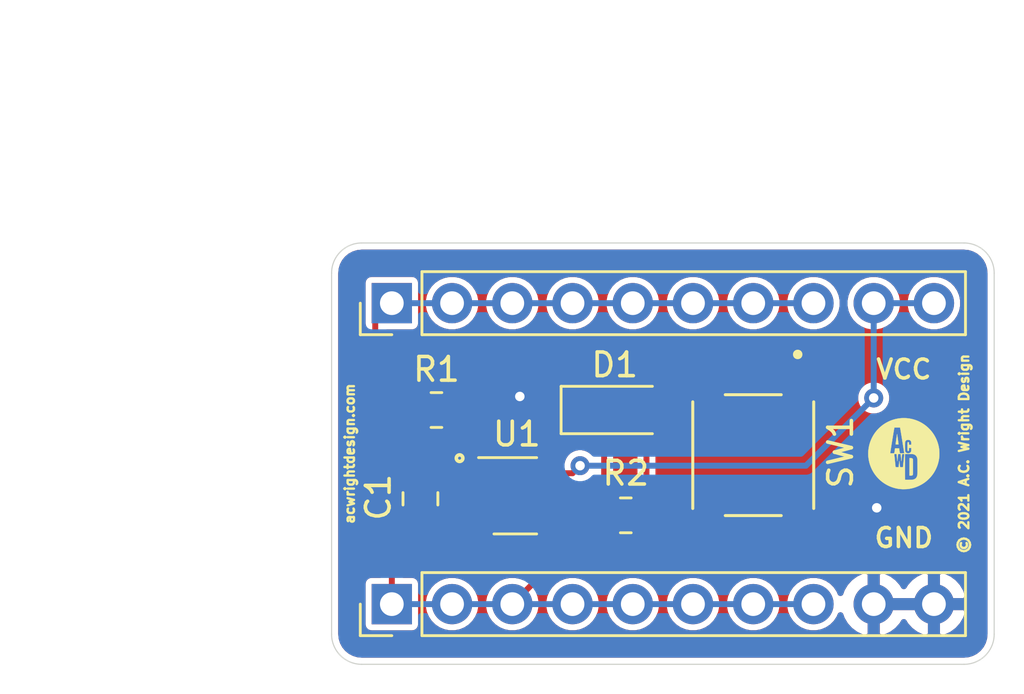
<source format=kicad_pcb>
(kicad_pcb (version 20171130) (host pcbnew "(5.1.9-0-10_14)")

  (general
    (thickness 1.6)
    (drawings 15)
    (tracks 41)
    (zones 0)
    (modules 9)
    (nets 7)
  )

  (page USLetter)
  (title_block
    (title "LED Helper")
    (date 2021-04-02)
    (rev 1)
    (company "A.C. Wright Design")
  )

  (layers
    (0 F.Cu signal)
    (31 B.Cu signal)
    (32 B.Adhes user)
    (33 F.Adhes user)
    (34 B.Paste user)
    (35 F.Paste user)
    (36 B.SilkS user)
    (37 F.SilkS user)
    (38 B.Mask user)
    (39 F.Mask user)
    (40 Dwgs.User user)
    (41 Cmts.User user)
    (42 Eco1.User user)
    (43 Eco2.User user)
    (44 Edge.Cuts user)
    (45 Margin user)
    (46 B.CrtYd user)
    (47 F.CrtYd user)
    (48 B.Fab user)
    (49 F.Fab user)
  )

  (setup
    (last_trace_width 0.25)
    (trace_clearance 0.2)
    (zone_clearance 0.508)
    (zone_45_only no)
    (trace_min 0.2)
    (via_size 0.8)
    (via_drill 0.4)
    (via_min_size 0.4)
    (via_min_drill 0.3)
    (uvia_size 0.3)
    (uvia_drill 0.1)
    (uvias_allowed no)
    (uvia_min_size 0.2)
    (uvia_min_drill 0.1)
    (edge_width 0.05)
    (segment_width 0.2)
    (pcb_text_width 0.3)
    (pcb_text_size 1.5 1.5)
    (mod_edge_width 0.12)
    (mod_text_size 1 1)
    (mod_text_width 0.15)
    (pad_size 1.524 1.524)
    (pad_drill 0.762)
    (pad_to_mask_clearance 0)
    (aux_axis_origin 0 0)
    (visible_elements FFFFFF7F)
    (pcbplotparams
      (layerselection 0x010fc_ffffffff)
      (usegerberextensions false)
      (usegerberattributes false)
      (usegerberadvancedattributes false)
      (creategerberjobfile false)
      (excludeedgelayer true)
      (linewidth 0.100000)
      (plotframeref false)
      (viasonmask false)
      (mode 1)
      (useauxorigin false)
      (hpglpennumber 1)
      (hpglpenspeed 20)
      (hpglpendiameter 15.000000)
      (psnegative false)
      (psa4output false)
      (plotreference true)
      (plotvalue false)
      (plotinvisibletext false)
      (padsonsilk true)
      (subtractmaskfromsilk false)
      (outputformat 1)
      (mirror false)
      (drillshape 0)
      (scaleselection 1)
      (outputdirectory "../../Production/Switch Helper/Switch Helper/"))
  )

  (net 0 "")
  (net 1 "Net-(D1-Pad2)")
  (net 2 GND)
  (net 3 "Net-(C1-Pad1)")
  (net 4 OUT)
  (net 5 VCC)
  (net 6 "Net-(U1-Pad1)")

  (net_class Default "This is the default net class."
    (clearance 0.2)
    (trace_width 0.25)
    (via_dia 0.8)
    (via_drill 0.4)
    (uvia_dia 0.3)
    (uvia_drill 0.1)
    (add_net GND)
    (add_net "Net-(C1-Pad1)")
    (add_net "Net-(D1-Pad2)")
    (add_net "Net-(U1-Pad1)")
    (add_net OUT)
    (add_net VCC)
  )

  (module "Switch Helper:SW_TS-1187A-B-A-B" (layer F.Cu) (tedit 606DFBD5) (tstamp 606E0140)
    (at 139.7 85.1535 270)
    (path /606EBE5B)
    (fp_text reference SW1 (at -0.127 -3.683 90) (layer F.SilkS)
      (effects (font (size 1 1) (thickness 0.15)))
    )
    (fp_text value SW_SPST (at 6.795 3.565 90) (layer F.Fab) hide
      (effects (font (size 1 1) (thickness 0.015)))
    )
    (fp_line (start -3.75 2.5) (end -2.8 2.5) (layer F.CrtYd) (width 0.05))
    (fp_line (start -2.8 2.8) (end -2.8 2.5) (layer F.CrtYd) (width 0.05))
    (fp_line (start -3.75 2.5) (end -3.75 1.25) (layer F.CrtYd) (width 0.05))
    (fp_line (start 3.75 -2.5) (end 2.8 -2.5) (layer F.CrtYd) (width 0.05))
    (fp_line (start 2.8 -2.8) (end 2.8 -2.5) (layer F.CrtYd) (width 0.05))
    (fp_line (start 3.75 1.25) (end 2.8 1.25) (layer F.CrtYd) (width 0.05))
    (fp_line (start 3.75 -1.25) (end 2.8 -1.25) (layer F.CrtYd) (width 0.05))
    (fp_line (start 2.8 -1.25) (end 2.8 1.25) (layer F.CrtYd) (width 0.05))
    (fp_line (start 3.75 -2.5) (end 3.75 -1.25) (layer F.CrtYd) (width 0.05))
    (fp_line (start -2.8 2.8) (end 2.8 2.8) (layer F.CrtYd) (width 0.05))
    (fp_line (start 3.75 2.5) (end 2.8 2.5) (layer F.CrtYd) (width 0.05))
    (fp_line (start 2.8 2.8) (end 2.8 2.5) (layer F.CrtYd) (width 0.05))
    (fp_line (start 3.75 2.5) (end 3.75 1.25) (layer F.CrtYd) (width 0.05))
    (fp_line (start 2.8 -2.8) (end -2.8 -2.8) (layer F.CrtYd) (width 0.05))
    (fp_line (start -3.75 -2.5) (end -2.8 -2.5) (layer F.CrtYd) (width 0.05))
    (fp_line (start -2.8 -2.8) (end -2.8 -2.5) (layer F.CrtYd) (width 0.05))
    (fp_line (start -3.75 1.25) (end -2.8 1.25) (layer F.CrtYd) (width 0.05))
    (fp_line (start -3.75 -1.25) (end -2.8 -1.25) (layer F.CrtYd) (width 0.05))
    (fp_line (start -2.8 -1.25) (end -2.8 1.25) (layer F.CrtYd) (width 0.05))
    (fp_line (start 2.55 1.18) (end 2.55 -1.18) (layer F.SilkS) (width 0.127))
    (fp_line (start -2.55 -1.18) (end -2.55 1.18) (layer F.SilkS) (width 0.127))
    (fp_circle (center -4.25 -1.875) (end -4.15 -1.875) (layer F.Fab) (width 0.2))
    (fp_circle (center -4.25 -1.875) (end -4.15 -1.875) (layer F.SilkS) (width 0.2))
    (fp_line (start -3.75 -2.5) (end -3.75 -1.25) (layer F.CrtYd) (width 0.05))
    (fp_line (start 2.25 -2.55) (end -2.25 -2.55) (layer F.SilkS) (width 0.127))
    (fp_line (start 2.25 2.55) (end -2.25 2.55) (layer F.SilkS) (width 0.127))
    (fp_line (start -2.55 2.55) (end 2.55 2.55) (layer F.Fab) (width 0.127))
    (fp_line (start -2.55 -2.55) (end -2.55 2.55) (layer F.Fab) (width 0.127))
    (fp_line (start 2.55 -2.55) (end -2.55 -2.55) (layer F.Fab) (width 0.127))
    (fp_line (start 2.55 2.55) (end 2.55 -2.55) (layer F.Fab) (width 0.127))
    (pad 2 smd rect (at 3 1.875 270) (size 1 0.75) (layers F.Cu F.Paste F.Mask)
      (net 1 "Net-(D1-Pad2)"))
    (pad 2 smd rect (at -3 1.875 270) (size 1 0.75) (layers F.Cu F.Paste F.Mask)
      (net 1 "Net-(D1-Pad2)"))
    (pad 1 smd rect (at 3 -1.875 270) (size 1 0.75) (layers F.Cu F.Paste F.Mask)
      (net 2 GND))
    (pad 1 smd rect (at -3 -1.875 270) (size 1 0.75) (layers F.Cu F.Paste F.Mask)
      (net 2 GND))
    (model "/Users/acwright/Library/Mobile Documents/com~apple~CloudDocs/Documents/Projects/Breadboard Helpers/Breadboard-Helpers/CAD/TS-1187A-B-A-B.step"
      (at (xyz 0 0 0))
      (scale (xyz 1 1 1))
      (rotate (xyz 0 0 0))
    )
  )

  (module "A.C. Wright Logo:A.C. Wright Logo 3mm" (layer F.Cu) (tedit 0) (tstamp 6067F48B)
    (at 146.05 85.09)
    (fp_text reference G*** (at 0 0) (layer F.SilkS) hide
      (effects (font (size 1.524 1.524) (thickness 0.3)))
    )
    (fp_text value LOGO (at 0.75 0) (layer F.SilkS) hide
      (effects (font (size 1.524 1.524) (thickness 0.3)))
    )
    (fp_poly (pts (xy 0.021612 -1.499492) (xy 0.047628 -1.499196) (xy 0.071878 -1.498673) (xy 0.093386 -1.497924)
      (xy 0.111173 -1.496947) (xy 0.11684 -1.496509) (xy 0.205967 -1.486421) (xy 0.2932 -1.471619)
      (xy 0.378538 -1.452105) (xy 0.461978 -1.427879) (xy 0.54352 -1.398941) (xy 0.623163 -1.365291)
      (xy 0.700905 -1.326931) (xy 0.776746 -1.28386) (xy 0.850684 -1.236078) (xy 0.86741 -1.22443)
      (xy 0.929267 -1.178063) (xy 0.989832 -1.127336) (xy 1.04838 -1.072936) (xy 1.104188 -1.01555)
      (xy 1.156534 -0.955866) (xy 1.178824 -0.92837) (xy 1.229292 -0.860499) (xy 1.275996 -0.78948)
      (xy 1.318742 -0.715713) (xy 1.357339 -0.639597) (xy 1.391594 -0.56153) (xy 1.421316 -0.481911)
      (xy 1.446312 -0.40114) (xy 1.461578 -0.341189) (xy 1.473802 -0.284084) (xy 1.483476 -0.228974)
      (xy 1.49075 -0.174516) (xy 1.495774 -0.119369) (xy 1.498697 -0.06219) (xy 1.499669 -0.001637)
      (xy 1.49967 0) (xy 1.499563 0.021866) (xy 1.49926 0.04404) (xy 1.49879 0.06548)
      (xy 1.498181 0.085147) (xy 1.497461 0.102001) (xy 1.496659 0.115001) (xy 1.496508 0.11684)
      (xy 1.487072 0.202114) (xy 1.473576 0.28466) (xy 1.455883 0.364976) (xy 1.433857 0.443557)
      (xy 1.407363 0.520901) (xy 1.376265 0.597506) (xy 1.348956 0.65659) (xy 1.3107 0.730345)
      (xy 1.269399 0.800444) (xy 1.224672 0.867424) (xy 1.176135 0.931823) (xy 1.123403 0.994177)
      (xy 1.066095 1.055022) (xy 1.060571 1.060571) (xy 0.999837 1.11832) (xy 0.937645 1.171457)
      (xy 0.873457 1.220366) (xy 0.806737 1.265428) (xy 0.736948 1.307028) (xy 0.663552 1.345548)
      (xy 0.65659 1.348956) (xy 0.577772 1.384733) (xy 0.498492 1.415538) (xy 0.418366 1.441478)
      (xy 0.337007 1.46266) (xy 0.25403 1.479192) (xy 0.169051 1.49118) (xy 0.13208 1.494939)
      (xy 0.118738 1.495935) (xy 0.101782 1.496879) (xy 0.082106 1.49775) (xy 0.060607 1.498527)
      (xy 0.03818 1.499187) (xy 0.01572 1.499708) (xy -0.005877 1.50007) (xy -0.025716 1.500251)
      (xy -0.0429 1.500229) (xy -0.056535 1.499982) (xy -0.0635 1.499663) (xy -0.098263 1.497251)
      (xy -0.128851 1.494863) (xy -0.156169 1.4924) (xy -0.181121 1.48976) (xy -0.204611 1.486841)
      (xy -0.227544 1.483543) (xy -0.250823 1.479765) (xy -0.267529 1.47683) (xy -0.351384 1.459143)
      (xy -0.43422 1.436562) (xy -0.515735 1.409225) (xy -0.595629 1.377266) (xy -0.673599 1.340822)
      (xy -0.749344 1.300029) (xy -0.822562 1.255023) (xy -0.892953 1.205939) (xy -0.92837 1.178824)
      (xy -0.988866 1.128276) (xy -1.047374 1.073941) (xy -1.103206 1.016539) (xy -1.155676 0.956795)
      (xy -1.204095 0.895431) (xy -1.22443 0.86741) (xy -1.256732 0.820017) (xy -1.285941 0.773534)
      (xy -1.313104 0.726191) (xy -1.339266 0.676215) (xy -1.348957 0.65659) (xy -1.383711 0.580216)
      (xy -1.413756 0.503487) (xy -1.439227 0.425906) (xy -1.46026 0.346976) (xy -1.476992 0.2662)
      (xy -1.489558 0.18308) (xy -1.496509 0.11684) (xy -1.497573 0.100751) (xy -1.49841 0.080565)
      (xy -1.499021 0.057258) (xy -1.499405 0.031808) (xy -1.49945 0.02413) (xy -0.404083 0.02413)
      (xy -0.376531 0.295451) (xy -0.371961 0.340327) (xy -0.367852 0.380378) (xy -0.364179 0.415836)
      (xy -0.360915 0.446932) (xy -0.358033 0.473899) (xy -0.355508 0.496968) (xy -0.353312 0.516371)
      (xy -0.351418 0.532339) (xy -0.349802 0.545105) (xy -0.348436 0.554899) (xy -0.347294 0.561954)
      (xy -0.346348 0.566501) (xy -0.345574 0.568773) (xy -0.345305 0.569097) (xy -0.341812 0.569755)
      (xy -0.333996 0.570343) (xy -0.322612 0.570835) (xy -0.308417 0.571202) (xy -0.292167 0.571417)
      (xy -0.281395 0.571461) (xy -0.262299 0.571448) (xy -0.24766 0.571352) (xy -0.236853 0.571127)
      (xy -0.229254 0.570728) (xy -0.224241 0.570107) (xy -0.221189 0.569221) (xy -0.219475 0.568022)
      (xy -0.218674 0.566857) (xy -0.217928 0.56348) (xy -0.216727 0.55555) (xy -0.215132 0.543566)
      (xy -0.213203 0.528029) (xy -0.211001 0.509438) (xy -0.208585 0.488294) (xy -0.206016 0.465097)
      (xy -0.203354 0.440347) (xy -0.202781 0.434918) (xy -0.200148 0.410132) (xy -0.197648 0.386978)
      (xy -0.195333 0.365929) (xy -0.193258 0.347455) (xy -0.191476 0.332028) (xy -0.190041 0.32012)
      (xy -0.189007 0.312201) (xy -0.188428 0.308744) (xy -0.18836 0.308633) (xy -0.187902 0.311282)
      (xy -0.18697 0.318502) (xy -0.185619 0.329811) (xy -0.183904 0.344728) (xy -0.181877 0.362771)
      (xy -0.179595 0.38346) (xy -0.177112 0.406312) (xy -0.174482 0.430847) (xy -0.173831 0.43696)
      (xy -0.17089 0.464186) (xy -0.168095 0.48911) (xy -0.165499 0.511334) (xy -0.16315 0.530458)
      (xy -0.1611 0.54608) (xy -0.159399 0.557802) (xy -0.158098 0.565223) (xy -0.157317 0.567887)
      (xy -0.155402 0.569115) (xy -0.15157 0.570044) (xy -0.145223 0.570709) (xy -0.135766 0.571148)
      (xy -0.122602 0.571398) (xy -0.105134 0.571495) (xy -0.098957 0.5715) (xy -0.082505 0.571432)
      (xy -0.067631 0.571244) (xy -0.055135 0.570956) (xy -0.045815 0.570587) (xy -0.040471 0.570159)
      (xy -0.039647 0.569984) (xy -0.036489 0.566616) (xy -0.034359 0.5606) (xy -0.034335 0.560459)
      (xy -0.033896 0.556873) (xy -0.032984 0.548577) (xy -0.032032 0.539644) (xy 0.04826 0.539644)
      (xy 0.04826 0.556737) (xy 0.048269 0.62519) (xy 0.048299 0.688644) (xy 0.048349 0.747181)
      (xy 0.048419 0.800881) (xy 0.048511 0.849827) (xy 0.048624 0.894099) (xy 0.048759 0.933779)
      (xy 0.048916 0.968947) (xy 0.049096 0.999687) (xy 0.049299 1.026078) (xy 0.049526 1.048201)
      (xy 0.049776 1.066139) (xy 0.050051 1.079973) (xy 0.050351 1.089783) (xy 0.050675 1.095652)
      (xy 0.050972 1.097601) (xy 0.051621 1.098631) (xy 0.052633 1.099507) (xy 0.054384 1.100241)
      (xy 0.057252 1.10084) (xy 0.061613 1.101316) (xy 0.067844 1.101676) (xy 0.076321 1.101931)
      (xy 0.087422 1.10209) (xy 0.101523 1.102163) (xy 0.119 1.102159) (xy 0.140232 1.102087)
      (xy 0.165594 1.101958) (xy 0.195463 1.10178) (xy 0.212897 1.101671) (xy 0.245436 1.10146)
      (xy 0.27332 1.101258) (xy 0.296973 1.101048) (xy 0.316821 1.100816) (xy 0.333288 1.100548)
      (xy 0.346799 1.100228) (xy 0.357778 1.099841) (xy 0.366651 1.099372) (xy 0.373841 1.098808)
      (xy 0.379775 1.098131) (xy 0.384876 1.097329) (xy 0.389569 1.096386) (xy 0.39417 1.095313)
      (xy 0.428445 1.084933) (xy 0.458964 1.071313) (xy 0.485802 1.05436) (xy 0.509034 1.033981)
      (xy 0.528736 1.010084) (xy 0.544986 0.982574) (xy 0.557857 0.95136) (xy 0.567427 0.916348)
      (xy 0.573771 0.877445) (xy 0.574046 0.87503) (xy 0.574524 0.868577) (xy 0.574941 0.858294)
      (xy 0.575297 0.844064) (xy 0.575594 0.825769) (xy 0.575832 0.80329) (xy 0.576011 0.77651)
      (xy 0.576132 0.745311) (xy 0.576197 0.709576) (xy 0.576205 0.669186) (xy 0.576158 0.624023)
      (xy 0.576055 0.573971) (xy 0.575966 0.54102) (xy 0.575062 0.23241) (xy 0.569349 0.207301)
      (xy 0.566231 0.194431) (xy 0.56276 0.181391) (xy 0.559508 0.1703) (xy 0.558323 0.166661)
      (xy 0.545118 0.135224) (xy 0.528225 0.107129) (xy 0.507816 0.08255) (xy 0.484064 0.061662)
      (xy 0.457142 0.04464) (xy 0.427222 0.031659) (xy 0.424125 0.030608) (xy 0.415988 0.027917)
      (xy 0.408724 0.025605) (xy 0.401886 0.02364) (xy 0.395029 0.021992) (xy 0.387707 0.020629)
      (xy 0.379473 0.01952) (xy 0.369883 0.018633) (xy 0.35849 0.017937) (xy 0.344849 0.017402)
      (xy 0.328514 0.016996) (xy 0.309039 0.016687) (xy 0.285978 0.016444) (xy 0.258886 0.016237)
      (xy 0.227317 0.016034) (xy 0.215059 0.015957) (xy 0.180403 0.015765) (xy 0.150551 0.015656)
      (xy 0.12523 0.015633) (xy 0.104163 0.0157) (xy 0.087076 0.01586) (xy 0.073694 0.016117)
      (xy 0.063742 0.016473) (xy 0.056945 0.016932) (xy 0.053029 0.017497) (xy 0.051864 0.01795)
      (xy 0.051445 0.018836) (xy 0.051058 0.020897) (xy 0.050704 0.024326) (xy 0.050379 0.029316)
      (xy 0.050084 0.03606) (xy 0.049816 0.04475) (xy 0.049575 0.055578) (xy 0.04936 0.068738)
      (xy 0.049168 0.084423) (xy 0.048998 0.102824) (xy 0.04885 0.124134) (xy 0.048722 0.148547)
      (xy 0.048613 0.176254) (xy 0.048522 0.207449) (xy 0.048446 0.242324) (xy 0.048385 0.281072)
      (xy 0.048338 0.323885) (xy 0.048303 0.370956) (xy 0.048279 0.422477) (xy 0.048265 0.478642)
      (xy 0.04826 0.539644) (xy -0.032032 0.539644) (xy -0.031634 0.535915) (xy -0.029882 0.519233)
      (xy -0.027763 0.498873) (xy -0.025313 0.475182) (xy -0.022567 0.448502) (xy -0.019562 0.41918)
      (xy -0.016331 0.387558) (xy -0.012912 0.353982) (xy -0.009339 0.318796) (xy -0.006249 0.28829)
      (xy 0.020472 0.02413) (xy 0.014822 0.019513) (xy 0.012133 0.017733) (xy 0.008592 0.016511)
      (xy 0.003338 0.015775) (xy -0.004491 0.015451) (xy -0.015756 0.015463) (xy -0.029584 0.015703)
      (xy -0.046559 0.016252) (xy -0.059388 0.017092) (xy -0.067755 0.018194) (xy -0.07126 0.019436)
      (xy -0.072117 0.022582) (xy -0.073351 0.030517) (xy -0.074932 0.042966) (xy -0.07683 0.059653)
      (xy -0.079015 0.080303) (xy -0.081457 0.104642) (xy -0.084126 0.132394) (xy -0.086992 0.163284)
      (xy -0.087356 0.16728) (xy -0.089794 0.193881) (xy -0.092129 0.218947) (xy -0.094316 0.242025)
      (xy -0.096311 0.262662) (xy -0.098069 0.280406) (xy -0.099544 0.294803) (xy -0.100693 0.305401)
      (xy -0.10147 0.311748) (xy -0.101791 0.313457) (xy -0.102257 0.311236) (xy -0.103153 0.304399)
      (xy -0.104433 0.293384) (xy -0.10605 0.278634) (xy -0.107958 0.260588) (xy -0.11011 0.239687)
      (xy -0.112459 0.21637) (xy -0.114958 0.19108) (xy -0.117132 0.168712) (xy -0.120473 0.134582)
      (xy -0.123509 0.10461) (xy -0.126224 0.078929) (xy -0.128604 0.057672) (xy -0.130633 0.040974)
      (xy -0.132296 0.028967) (xy -0.133576 0.021784) (xy -0.134308 0.019609) (xy -0.137898 0.018258)
      (xy -0.145826 0.017187) (xy -0.158319 0.016378) (xy -0.175602 0.015812) (xy -0.181038 0.0157)
      (xy -0.200281 0.015442) (xy -0.215051 0.015514) (xy -0.225949 0.015982) (xy -0.233574 0.016908)
      (xy -0.238526 0.018358) (xy -0.241407 0.020397) (xy -0.242547 0.022294) (xy -0.243025 0.025341)
      (xy -0.243937 0.032893) (xy -0.245227 0.044397) (xy -0.24684 0.059301) (xy -0.24872 0.077053)
      (xy -0.25081 0.0971) (xy -0.253057 0.11889) (xy -0.255402 0.141871) (xy -0.257792 0.165492)
      (xy -0.26017 0.189199) (xy -0.262481 0.21244) (xy -0.264669 0.234665) (xy -0.266678 0.255319)
      (xy -0.268453 0.273852) (xy -0.269937 0.28971) (xy -0.271076 0.302343) (xy -0.271813 0.311196)
      (xy -0.272065 0.31496) (xy -0.272371 0.317527) (xy -0.272899 0.316839) (xy -0.273671 0.312701)
      (xy -0.274708 0.304918) (xy -0.27603 0.293295) (xy -0.277658 0.277637) (xy -0.279613 0.25775)
      (xy -0.281916 0.233439) (xy -0.284588 0.204509) (xy -0.287648 0.170766) (xy -0.288577 0.160443)
      (xy -0.291401 0.129549) (xy -0.294027 0.10197) (xy -0.296424 0.077967) (xy -0.298566 0.057797)
      (xy -0.300423 0.041722) (xy -0.301968 0.029999) (xy -0.303172 0.022888) (xy -0.30383 0.020743)
      (xy -0.305647 0.019148) (xy -0.308922 0.017961) (xy -0.314391 0.017102) (xy -0.32279 0.01649)
      (xy -0.334856 0.016045) (xy -0.34983 0.015713) (xy -0.365793 0.015468) (xy -0.377488 0.015456)
      (xy -0.385723 0.015741) (xy -0.391307 0.016387) (xy -0.395048 0.017456) (xy -0.397754 0.019013)
      (xy -0.398411 0.019523) (xy -0.404083 0.02413) (xy -1.49945 0.02413) (xy -1.499562 0.005192)
      (xy -1.499495 -0.020713) (xy -0.574023 -0.020713) (xy -0.573994 -0.018995) (xy -0.572468 -0.017946)
      (xy -0.56948 -0.017107) (xy -0.564529 -0.016455) (xy -0.557111 -0.015968) (xy -0.546725 -0.015626)
      (xy -0.532867 -0.015405) (xy -0.515035 -0.015284) (xy -0.492726 -0.015242) (xy -0.48768 -0.01524)
      (xy -0.46348 -0.015287) (xy -0.443949 -0.015438) (xy -0.42868 -0.015707) (xy -0.417263 -0.01611)
      (xy -0.409291 -0.016662) (xy -0.404352 -0.017378) (xy -0.40204 -0.018274) (xy -0.401902 -0.018415)
      (xy -0.400981 -0.021552) (xy -0.399444 -0.029165) (xy -0.39738 -0.040701) (xy -0.394883 -0.055604)
      (xy -0.392043 -0.073322) (xy -0.388955 -0.093301) (xy -0.385708 -0.114985) (xy -0.384599 -0.122555)
      (xy -0.369877 -0.22352) (xy -0.198686 -0.22352) (xy -0.197234 -0.215265) (xy -0.196551 -0.210904)
      (xy -0.195251 -0.202134) (xy -0.193422 -0.189579) (xy -0.191155 -0.17386) (xy -0.188539 -0.155601)
      (xy -0.185664 -0.135423) (xy -0.182669 -0.1143) (xy -0.179615 -0.093099) (xy -0.176677 -0.073432)
      (xy -0.173948 -0.05588) (xy -0.171525 -0.041023) (xy -0.169501 -0.029443) (xy -0.167972 -0.021721)
      (xy -0.167033 -0.018436) (xy -0.167017 -0.018415) (xy -0.16376 -0.017447) (xy -0.156135 -0.016637)
      (xy -0.144855 -0.015982) (xy -0.13063 -0.015481) (xy -0.114171 -0.015133) (xy -0.096189 -0.014935)
      (xy -0.077396 -0.014887) (xy -0.0585 -0.014985) (xy -0.040215 -0.015229) (xy -0.02325 -0.015617)
      (xy -0.008317 -0.016147) (xy 0.003874 -0.016817) (xy 0.012612 -0.017627) (xy 0.017185 -0.018573)
      (xy 0.017621 -0.018859) (xy 0.017543 -0.021718) (xy 0.016675 -0.029308) (xy 0.015062 -0.041347)
      (xy 0.01275 -0.057556) (xy 0.009784 -0.077654) (xy 0.00621 -0.101362) (xy 0.002074 -0.128398)
      (xy -0.00258 -0.158482) (xy -0.007705 -0.191333) (xy -0.013256 -0.226673) (xy -0.019187 -0.264219)
      (xy -0.025454 -0.303692) (xy -0.026523 -0.310403) (xy 0.049192 -0.310403) (xy 0.049205 -0.282736)
      (xy 0.049306 -0.255401) (xy 0.049494 -0.22894) (xy 0.049771 -0.203892) (xy 0.050135 -0.180799)
      (xy 0.050587 -0.160201) (xy 0.051126 -0.142639) (xy 0.051753 -0.128653) (xy 0.052468 -0.118786)
      (xy 0.053085 -0.1143) (xy 0.060708 -0.089406) (xy 0.072055 -0.067674) (xy 0.086888 -0.04936)
      (xy 0.104969 -0.03472) (xy 0.12606 -0.024011) (xy 0.14131 -0.01927) (xy 0.15437 -0.017076)
      (xy 0.17035 -0.015833) (xy 0.187511 -0.015541) (xy 0.204116 -0.016206) (xy 0.218426 -0.017829)
      (xy 0.224684 -0.01913) (xy 0.246389 -0.027078) (xy 0.266211 -0.038824) (xy 0.283269 -0.053685)
      (xy 0.29668 -0.070978) (xy 0.300522 -0.077819) (xy 0.305041 -0.087338) (xy 0.308588 -0.096528)
      (xy 0.3113 -0.10622) (xy 0.313311 -0.117251) (xy 0.314758 -0.130453) (xy 0.315775 -0.14666)
      (xy 0.316497 -0.166708) (xy 0.316782 -0.178086) (xy 0.318086 -0.235522) (xy 0.312147 -0.239681)
      (xy 0.30895 -0.241325) (xy 0.304265 -0.242487) (xy 0.297271 -0.243242) (xy 0.287146 -0.243664)
      (xy 0.27307 -0.243829) (xy 0.2667 -0.24384) (xy 0.250058 -0.243906) (xy 0.237496 -0.243687)
      (xy 0.228443 -0.242561) (xy 0.222329 -0.239908) (xy 0.218583 -0.235104) (xy 0.216634 -0.227528)
      (xy 0.215912 -0.216558) (xy 0.215846 -0.201573) (xy 0.215885 -0.188451) (xy 0.215728 -0.168044)
      (xy 0.215204 -0.152086) (xy 0.214209 -0.139957) (xy 0.212644 -0.131033) (xy 0.210405 -0.124693)
      (xy 0.207392 -0.120313) (xy 0.204342 -0.117793) (xy 0.196931 -0.115037) (xy 0.186957 -0.113845)
      (xy 0.176711 -0.114282) (xy 0.168485 -0.116413) (xy 0.167805 -0.116752) (xy 0.16531 -0.118166)
      (xy 0.16316 -0.119786) (xy 0.161329 -0.121979) (xy 0.159793 -0.125111) (xy 0.158525 -0.129548)
      (xy 0.1575 -0.135655) (xy 0.156692 -0.143801) (xy 0.156074 -0.154349) (xy 0.155622 -0.167668)
      (xy 0.155309 -0.184122) (xy 0.155111 -0.204078) (xy 0.155 -0.227903) (xy 0.154952 -0.255961)
      (xy 0.15494 -0.28862) (xy 0.15494 -0.29972) (xy 0.154946 -0.333885) (xy 0.154983 -0.363335)
      (xy 0.155074 -0.388437) (xy 0.155244 -0.409555) (xy 0.155517 -0.427056) (xy 0.155919 -0.441305)
      (xy 0.156475 -0.452667) (xy 0.157208 -0.461509) (xy 0.158143 -0.468197) (xy 0.159305 -0.473094)
      (xy 0.160719 -0.476569) (xy 0.16241 -0.478985) (xy 0.164401 -0.480708) (xy 0.166718 -0.482105)
      (xy 0.167257 -0.482396) (xy 0.172629 -0.48394) (xy 0.180868 -0.484936) (xy 0.186644 -0.48514)
      (xy 0.195579 -0.484745) (xy 0.201345 -0.483162) (xy 0.205817 -0.479799) (xy 0.206821 -0.478754)
      (xy 0.210011 -0.474773) (xy 0.212365 -0.47017) (xy 0.214006 -0.464142) (xy 0.215056 -0.455885)
      (xy 0.215637 -0.444597) (xy 0.215873 -0.429473) (xy 0.2159 -0.419291) (xy 0.216089 -0.402192)
      (xy 0.216669 -0.389916) (xy 0.217659 -0.382218) (xy 0.218947 -0.378969) (xy 0.222207 -0.377725)
      (xy 0.229364 -0.376823) (xy 0.240754 -0.37624) (xy 0.25671 -0.375957) (xy 0.266896 -0.37592)
      (xy 0.283598 -0.37599) (xy 0.295916 -0.376237) (xy 0.304544 -0.376716) (xy 0.310178 -0.377482)
      (xy 0.31351 -0.378592) (xy 0.314981 -0.379756) (xy 0.316193 -0.383869) (xy 0.316962 -0.392106)
      (xy 0.317321 -0.403535) (xy 0.3173 -0.417222) (xy 0.31693 -0.432234) (xy 0.316245 -0.447639)
      (xy 0.315273 -0.462502) (xy 0.314048 -0.475891) (xy 0.3126 -0.486873) (xy 0.311143 -0.493892)
      (xy 0.302081 -0.517828) (xy 0.289314 -0.538458) (xy 0.273082 -0.555548) (xy 0.253623 -0.568864)
      (xy 0.231175 -0.578169) (xy 0.223283 -0.580289) (xy 0.207915 -0.582753) (xy 0.189721 -0.583892)
      (xy 0.170779 -0.583707) (xy 0.153167 -0.582197) (xy 0.142476 -0.580289) (xy 0.119397 -0.572387)
      (xy 0.099123 -0.56037) (xy 0.081926 -0.544529) (xy 0.068079 -0.525155) (xy 0.057855 -0.502538)
      (xy 0.053044 -0.48514) (xy 0.052263 -0.478815) (xy 0.05157 -0.467956) (xy 0.050966 -0.453103)
      (xy 0.05045 -0.434798) (xy 0.050022 -0.41358) (xy 0.049682 -0.389991) (xy 0.049431 -0.364571)
      (xy 0.049268 -0.337862) (xy 0.049192 -0.310403) (xy -0.026523 -0.310403) (xy -0.03201 -0.344811)
      (xy -0.03881 -0.387296) (xy -0.045808 -0.430867) (xy -0.052959 -0.475243) (xy -0.060218 -0.520144)
      (xy -0.067539 -0.565289) (xy -0.074876 -0.610398) (xy -0.082183 -0.655191) (xy -0.089417 -0.699387)
      (xy -0.09653 -0.742707) (xy -0.103477 -0.784868) (xy -0.110213 -0.825592) (xy -0.116692 -0.864598)
      (xy -0.12287 -0.901606) (xy -0.128699 -0.936334) (xy -0.134135 -0.968503) (xy -0.139132 -0.997832)
      (xy -0.143645 -1.024042) (xy -0.147628 -1.046851) (xy -0.151036 -1.065979) (xy -0.153823 -1.081146)
      (xy -0.155944 -1.092071) (xy -0.157352 -1.098475) (xy -0.157922 -1.100147) (xy -0.161182 -1.100637)
      (xy -0.168902 -1.10106) (xy -0.18046 -1.101419) (xy -0.195238 -1.101712) (xy -0.212613 -1.10194)
      (xy -0.231967 -1.102104) (xy -0.252678 -1.102204) (xy -0.274127 -1.102239) (xy -0.295693 -1.10221)
      (xy -0.316756 -1.102118) (xy -0.336695 -1.101963) (xy -0.35489 -1.101744) (xy -0.370722 -1.101462)
      (xy -0.383569 -1.101118) (xy -0.392811 -1.100712) (xy -0.397829 -1.100243) (xy -0.398496 -1.10005)
      (xy -0.39935 -1.097293) (xy -0.40095 -1.089798) (xy -0.40325 -1.077847) (xy -0.406205 -1.06172)
      (xy -0.409768 -1.041697) (xy -0.413895 -1.018058) (xy -0.41854 -0.991085) (xy -0.423657 -0.961058)
      (xy -0.429201 -0.928257) (xy -0.435127 -0.892963) (xy -0.441389 -0.855455) (xy -0.44794 -0.816016)
      (xy -0.454737 -0.774925) (xy -0.461733 -0.732462) (xy -0.468882 -0.688909) (xy -0.47614 -0.644545)
      (xy -0.48346 -0.599651) (xy -0.490797 -0.554508) (xy -0.498106 -0.509396) (xy -0.505341 -0.464596)
      (xy -0.512456 -0.420387) (xy -0.519406 -0.377052) (xy -0.526146 -0.334869) (xy -0.53263 -0.29412)
      (xy -0.538812 -0.255085) (xy -0.544647 -0.218044) (xy -0.550089 -0.183279) (xy -0.555093 -0.151069)
      (xy -0.559613 -0.121695) (xy -0.563603 -0.095437) (xy -0.567019 -0.072576) (xy -0.569815 -0.053393)
      (xy -0.571944 -0.038168) (xy -0.573362 -0.027181) (xy -0.574023 -0.020713) (xy -1.499495 -0.020713)
      (xy -1.499492 -0.021613) (xy -1.499196 -0.047629) (xy -1.498673 -0.071879) (xy -1.497924 -0.093387)
      (xy -1.496947 -0.111174) (xy -1.496509 -0.11684) (xy -1.487073 -0.202115) (xy -1.473577 -0.284661)
      (xy -1.455884 -0.364977) (xy -1.433858 -0.443558) (xy -1.407364 -0.520902) (xy -1.376266 -0.597507)
      (xy -1.348957 -0.65659) (xy -1.310701 -0.730346) (xy -1.2694 -0.800445) (xy -1.224673 -0.867425)
      (xy -1.176136 -0.931824) (xy -1.123404 -0.994178) (xy -1.066096 -1.055023) (xy -1.060572 -1.060572)
      (xy -0.999838 -1.118321) (xy -0.937646 -1.171458) (xy -0.873458 -1.220367) (xy -0.806738 -1.265429)
      (xy -0.736949 -1.307029) (xy -0.663553 -1.345549) (xy -0.65659 -1.348957) (xy -0.580217 -1.383711)
      (xy -0.503488 -1.413756) (xy -0.425907 -1.439227) (xy -0.346977 -1.46026) (xy -0.266201 -1.476992)
      (xy -0.183081 -1.489558) (xy -0.11684 -1.496509) (xy -0.100752 -1.497573) (xy -0.080566 -1.49841)
      (xy -0.057259 -1.499021) (xy -0.031809 -1.499405) (xy -0.005193 -1.499562) (xy 0.021612 -1.499492)) (layer F.SilkS) (width 0.01))
    (fp_poly (pts (xy 0.285115 0.188638) (xy 0.300592 0.189208) (xy 0.314877 0.189987) (xy 0.326961 0.1909)
      (xy 0.335838 0.191872) (xy 0.340138 0.1927) (xy 0.35479 0.199538) (xy 0.366569 0.210041)
      (xy 0.376095 0.224773) (xy 0.376571 0.225728) (xy 0.38481 0.242463) (xy 0.38481 0.87503)
      (xy 0.378931 0.88773) (xy 0.370523 0.902247) (xy 0.360068 0.912994) (xy 0.34671 0.921046)
      (xy 0.34194 0.923163) (xy 0.33732 0.924716) (xy 0.331976 0.925791) (xy 0.32503 0.926478)
      (xy 0.315606 0.926862) (xy 0.30283 0.927032) (xy 0.286385 0.927075) (xy 0.23876 0.9271)
      (xy 0.23876 0.187339) (xy 0.285115 0.188638)) (layer F.SilkS) (width 0.01))
    (fp_poly (pts (xy -0.28385 -0.823985) (xy -0.283204 -0.820379) (xy -0.281913 -0.812128) (xy -0.280033 -0.799622)
      (xy -0.277621 -0.783248) (xy -0.274732 -0.763394) (xy -0.271423 -0.740448) (xy -0.26775 -0.714797)
      (xy -0.263768 -0.68683) (xy -0.259534 -0.656933) (xy -0.255103 -0.625496) (xy -0.252693 -0.60833)
      (xy -0.248199 -0.576319) (xy -0.243892 -0.545703) (xy -0.239827 -0.516865) (xy -0.236056 -0.490184)
      (xy -0.232635 -0.466042) (xy -0.229617 -0.444818) (xy -0.227057 -0.426894) (xy -0.225008 -0.412651)
      (xy -0.223525 -0.402469) (xy -0.222661 -0.396729) (xy -0.222471 -0.395605) (xy -0.222454 -0.394219)
      (xy -0.223502 -0.393154) (xy -0.226192 -0.392368) (xy -0.231102 -0.39182) (xy -0.238809 -0.391467)
      (xy -0.249891 -0.391268) (xy -0.264925 -0.39118) (xy -0.283448 -0.39116) (xy -0.303748 -0.391219)
      (xy -0.319437 -0.391411) (xy -0.330984 -0.391761) (xy -0.338856 -0.392291) (xy -0.343522 -0.393027)
      (xy -0.345451 -0.393992) (xy -0.345566 -0.394335) (xy -0.345245 -0.397276) (xy -0.344276 -0.404879)
      (xy -0.34271 -0.416774) (xy -0.340597 -0.432591) (xy -0.337987 -0.45196) (xy -0.334929 -0.474512)
      (xy -0.331475 -0.499877) (xy -0.327674 -0.527685) (xy -0.323577 -0.557565) (xy -0.319233 -0.589148)
      (xy -0.315746 -0.614435) (xy -0.309945 -0.656264) (xy -0.304773 -0.693165) (xy -0.300211 -0.725249)
      (xy -0.296243 -0.752625) (xy -0.292852 -0.775406) (xy -0.290022 -0.793701) (xy -0.287735 -0.807621)
      (xy -0.285974 -0.817277) (xy -0.284723 -0.82278) (xy -0.283965 -0.82424) (xy -0.28385 -0.823985)) (layer F.SilkS) (width 0.01))
  )

  (module Connector_PinHeader_2.54mm:PinHeader_1x10_P2.54mm_Vertical (layer F.Cu) (tedit 59FED5CC) (tstamp 6067F4F3)
    (at 124.46 78.74 90)
    (descr "Through hole straight pin header, 1x10, 2.54mm pitch, single row")
    (tags "Through hole pin header THT 1x10 2.54mm single row")
    (path /606A009B)
    (fp_text reference J1 (at 0 -2.33 90) (layer F.SilkS) hide
      (effects (font (size 1 1) (thickness 0.15)))
    )
    (fp_text value Conn_01x10 (at 0 25.19 90) (layer F.Fab) hide
      (effects (font (size 1 1) (thickness 0.15)))
    )
    (fp_line (start 1.8 -1.8) (end -1.8 -1.8) (layer F.CrtYd) (width 0.05))
    (fp_line (start 1.8 24.65) (end 1.8 -1.8) (layer F.CrtYd) (width 0.05))
    (fp_line (start -1.8 24.65) (end 1.8 24.65) (layer F.CrtYd) (width 0.05))
    (fp_line (start -1.8 -1.8) (end -1.8 24.65) (layer F.CrtYd) (width 0.05))
    (fp_line (start -1.33 -1.33) (end 0 -1.33) (layer F.SilkS) (width 0.12))
    (fp_line (start -1.33 0) (end -1.33 -1.33) (layer F.SilkS) (width 0.12))
    (fp_line (start -1.33 1.27) (end 1.33 1.27) (layer F.SilkS) (width 0.12))
    (fp_line (start 1.33 1.27) (end 1.33 24.19) (layer F.SilkS) (width 0.12))
    (fp_line (start -1.33 1.27) (end -1.33 24.19) (layer F.SilkS) (width 0.12))
    (fp_line (start -1.33 24.19) (end 1.33 24.19) (layer F.SilkS) (width 0.12))
    (fp_line (start -1.27 -0.635) (end -0.635 -1.27) (layer F.Fab) (width 0.1))
    (fp_line (start -1.27 24.13) (end -1.27 -0.635) (layer F.Fab) (width 0.1))
    (fp_line (start 1.27 24.13) (end -1.27 24.13) (layer F.Fab) (width 0.1))
    (fp_line (start 1.27 -1.27) (end 1.27 24.13) (layer F.Fab) (width 0.1))
    (fp_line (start -0.635 -1.27) (end 1.27 -1.27) (layer F.Fab) (width 0.1))
    (fp_text user %R (at 0 11.43) (layer F.Fab)
      (effects (font (size 1 1) (thickness 0.15)))
    )
    (pad 1 thru_hole rect (at 0 0 90) (size 1.7 1.7) (drill 1) (layers *.Cu *.Mask)
      (net 4 OUT))
    (pad 2 thru_hole oval (at 0 2.54 90) (size 1.7 1.7) (drill 1) (layers *.Cu *.Mask)
      (net 4 OUT))
    (pad 3 thru_hole oval (at 0 5.08 90) (size 1.7 1.7) (drill 1) (layers *.Cu *.Mask)
      (net 4 OUT))
    (pad 4 thru_hole oval (at 0 7.62 90) (size 1.7 1.7) (drill 1) (layers *.Cu *.Mask)
      (net 4 OUT))
    (pad 5 thru_hole oval (at 0 10.16 90) (size 1.7 1.7) (drill 1) (layers *.Cu *.Mask)
      (net 4 OUT))
    (pad 6 thru_hole oval (at 0 12.7 90) (size 1.7 1.7) (drill 1) (layers *.Cu *.Mask)
      (net 4 OUT))
    (pad 7 thru_hole oval (at 0 15.24 90) (size 1.7 1.7) (drill 1) (layers *.Cu *.Mask)
      (net 4 OUT))
    (pad 8 thru_hole oval (at 0 17.78 90) (size 1.7 1.7) (drill 1) (layers *.Cu *.Mask)
      (net 4 OUT))
    (pad 9 thru_hole oval (at 0 20.32 90) (size 1.7 1.7) (drill 1) (layers *.Cu *.Mask)
      (net 5 VCC))
    (pad 10 thru_hole oval (at 0 22.86 90) (size 1.7 1.7) (drill 1) (layers *.Cu *.Mask)
      (net 5 VCC))
    (model ${KISYS3DMOD}/Connector_PinHeader_2.54mm.3dshapes/PinHeader_1x10_P2.54mm_Vertical.wrl
      (at (xyz 0 0 0))
      (scale (xyz 1 1 1))
      (rotate (xyz 0 0 0))
    )
  )

  (module Connector_PinHeader_2.54mm:PinHeader_1x10_P2.54mm_Vertical (layer F.Cu) (tedit 59FED5CC) (tstamp 60678CFF)
    (at 124.46 91.44 90)
    (descr "Through hole straight pin header, 1x10, 2.54mm pitch, single row")
    (tags "Through hole pin header THT 1x10 2.54mm single row")
    (path /606A1ACA)
    (fp_text reference J2 (at 0 -2.33 90) (layer F.SilkS) hide
      (effects (font (size 1 1) (thickness 0.15)))
    )
    (fp_text value Conn_01x10 (at 0 25.19 90) (layer F.Fab) hide
      (effects (font (size 1 1) (thickness 0.15)))
    )
    (fp_line (start -0.635 -1.27) (end 1.27 -1.27) (layer F.Fab) (width 0.1))
    (fp_line (start 1.27 -1.27) (end 1.27 24.13) (layer F.Fab) (width 0.1))
    (fp_line (start 1.27 24.13) (end -1.27 24.13) (layer F.Fab) (width 0.1))
    (fp_line (start -1.27 24.13) (end -1.27 -0.635) (layer F.Fab) (width 0.1))
    (fp_line (start -1.27 -0.635) (end -0.635 -1.27) (layer F.Fab) (width 0.1))
    (fp_line (start -1.33 24.19) (end 1.33 24.19) (layer F.SilkS) (width 0.12))
    (fp_line (start -1.33 1.27) (end -1.33 24.19) (layer F.SilkS) (width 0.12))
    (fp_line (start 1.33 1.27) (end 1.33 24.19) (layer F.SilkS) (width 0.12))
    (fp_line (start -1.33 1.27) (end 1.33 1.27) (layer F.SilkS) (width 0.12))
    (fp_line (start -1.33 0) (end -1.33 -1.33) (layer F.SilkS) (width 0.12))
    (fp_line (start -1.33 -1.33) (end 0 -1.33) (layer F.SilkS) (width 0.12))
    (fp_line (start -1.8 -1.8) (end -1.8 24.65) (layer F.CrtYd) (width 0.05))
    (fp_line (start -1.8 24.65) (end 1.8 24.65) (layer F.CrtYd) (width 0.05))
    (fp_line (start 1.8 24.65) (end 1.8 -1.8) (layer F.CrtYd) (width 0.05))
    (fp_line (start 1.8 -1.8) (end -1.8 -1.8) (layer F.CrtYd) (width 0.05))
    (fp_text user %R (at 0 11.43) (layer F.Fab)
      (effects (font (size 1 1) (thickness 0.15)))
    )
    (pad 10 thru_hole oval (at 0 22.86 90) (size 1.7 1.7) (drill 1) (layers *.Cu *.Mask)
      (net 2 GND))
    (pad 9 thru_hole oval (at 0 20.32 90) (size 1.7 1.7) (drill 1) (layers *.Cu *.Mask)
      (net 2 GND))
    (pad 8 thru_hole oval (at 0 17.78 90) (size 1.7 1.7) (drill 1) (layers *.Cu *.Mask)
      (net 4 OUT))
    (pad 7 thru_hole oval (at 0 15.24 90) (size 1.7 1.7) (drill 1) (layers *.Cu *.Mask)
      (net 4 OUT))
    (pad 6 thru_hole oval (at 0 12.7 90) (size 1.7 1.7) (drill 1) (layers *.Cu *.Mask)
      (net 4 OUT))
    (pad 5 thru_hole oval (at 0 10.16 90) (size 1.7 1.7) (drill 1) (layers *.Cu *.Mask)
      (net 4 OUT))
    (pad 4 thru_hole oval (at 0 7.62 90) (size 1.7 1.7) (drill 1) (layers *.Cu *.Mask)
      (net 4 OUT))
    (pad 3 thru_hole oval (at 0 5.08 90) (size 1.7 1.7) (drill 1) (layers *.Cu *.Mask)
      (net 4 OUT))
    (pad 2 thru_hole oval (at 0 2.54 90) (size 1.7 1.7) (drill 1) (layers *.Cu *.Mask)
      (net 4 OUT))
    (pad 1 thru_hole rect (at 0 0 90) (size 1.7 1.7) (drill 1) (layers *.Cu *.Mask)
      (net 4 OUT))
    (model ${KISYS3DMOD}/Connector_PinHeader_2.54mm.3dshapes/PinHeader_1x10_P2.54mm_Vertical.wrl
      (at (xyz 0 0 0))
      (scale (xyz 1 1 1))
      (rotate (xyz 0 0 0))
    )
  )

  (module Capacitor_SMD:C_0805_2012Metric (layer F.Cu) (tedit 5F68FEEE) (tstamp 606E6245)
    (at 125.6665 86.995 270)
    (descr "Capacitor SMD 0805 (2012 Metric), square (rectangular) end terminal, IPC_7351 nominal, (Body size source: IPC-SM-782 page 76, https://www.pcb-3d.com/wordpress/wp-content/uploads/ipc-sm-782a_amendment_1_and_2.pdf, https://docs.google.com/spreadsheets/d/1BsfQQcO9C6DZCsRaXUlFlo91Tg2WpOkGARC1WS5S8t0/edit?usp=sharing), generated with kicad-footprint-generator")
    (tags capacitor)
    (path /606EADE4)
    (attr smd)
    (fp_text reference C1 (at -0.0635 1.778 90) (layer F.SilkS)
      (effects (font (size 1 1) (thickness 0.15)))
    )
    (fp_text value 100nF (at 0 1.68 90) (layer F.Fab) hide
      (effects (font (size 1 1) (thickness 0.15)))
    )
    (fp_line (start 1.7 0.98) (end -1.7 0.98) (layer F.CrtYd) (width 0.05))
    (fp_line (start 1.7 -0.98) (end 1.7 0.98) (layer F.CrtYd) (width 0.05))
    (fp_line (start -1.7 -0.98) (end 1.7 -0.98) (layer F.CrtYd) (width 0.05))
    (fp_line (start -1.7 0.98) (end -1.7 -0.98) (layer F.CrtYd) (width 0.05))
    (fp_line (start -0.261252 0.735) (end 0.261252 0.735) (layer F.SilkS) (width 0.12))
    (fp_line (start -0.261252 -0.735) (end 0.261252 -0.735) (layer F.SilkS) (width 0.12))
    (fp_line (start 1 0.625) (end -1 0.625) (layer F.Fab) (width 0.1))
    (fp_line (start 1 -0.625) (end 1 0.625) (layer F.Fab) (width 0.1))
    (fp_line (start -1 -0.625) (end 1 -0.625) (layer F.Fab) (width 0.1))
    (fp_line (start -1 0.625) (end -1 -0.625) (layer F.Fab) (width 0.1))
    (fp_text user %R (at 0 0 90) (layer F.Fab)
      (effects (font (size 0.5 0.5) (thickness 0.08)))
    )
    (pad 1 smd roundrect (at -0.95 0 270) (size 1 1.45) (layers F.Cu F.Paste F.Mask) (roundrect_rratio 0.25)
      (net 3 "Net-(C1-Pad1)"))
    (pad 2 smd roundrect (at 0.95 0 270) (size 1 1.45) (layers F.Cu F.Paste F.Mask) (roundrect_rratio 0.25)
      (net 2 GND))
    (model ${KISYS3DMOD}/Capacitor_SMD.3dshapes/C_0805_2012Metric.wrl
      (at (xyz 0 0 0))
      (scale (xyz 1 1 1))
      (rotate (xyz 0 0 0))
    )
  )

  (module Diode_SMD:D_SOD-123F (layer F.Cu) (tedit 587F7769) (tstamp 606E5FCE)
    (at 133.7975 83.2485)
    (descr D_SOD-123F)
    (tags D_SOD-123F)
    (path /606EA2A6)
    (attr smd)
    (fp_text reference D1 (at 0.0605 -1.905) (layer F.SilkS)
      (effects (font (size 1 1) (thickness 0.15)))
    )
    (fp_text value SM4007PL (at 0 2.1) (layer F.Fab) hide
      (effects (font (size 1 1) (thickness 0.15)))
    )
    (fp_line (start -2.2 -1) (end 1.65 -1) (layer F.SilkS) (width 0.12))
    (fp_line (start -2.2 1) (end 1.65 1) (layer F.SilkS) (width 0.12))
    (fp_line (start -2.2 -1.15) (end -2.2 1.15) (layer F.CrtYd) (width 0.05))
    (fp_line (start 2.2 1.15) (end -2.2 1.15) (layer F.CrtYd) (width 0.05))
    (fp_line (start 2.2 -1.15) (end 2.2 1.15) (layer F.CrtYd) (width 0.05))
    (fp_line (start -2.2 -1.15) (end 2.2 -1.15) (layer F.CrtYd) (width 0.05))
    (fp_line (start -1.4 -0.9) (end 1.4 -0.9) (layer F.Fab) (width 0.1))
    (fp_line (start 1.4 -0.9) (end 1.4 0.9) (layer F.Fab) (width 0.1))
    (fp_line (start 1.4 0.9) (end -1.4 0.9) (layer F.Fab) (width 0.1))
    (fp_line (start -1.4 0.9) (end -1.4 -0.9) (layer F.Fab) (width 0.1))
    (fp_line (start -0.75 0) (end -0.35 0) (layer F.Fab) (width 0.1))
    (fp_line (start -0.35 0) (end -0.35 -0.55) (layer F.Fab) (width 0.1))
    (fp_line (start -0.35 0) (end -0.35 0.55) (layer F.Fab) (width 0.1))
    (fp_line (start -0.35 0) (end 0.25 -0.4) (layer F.Fab) (width 0.1))
    (fp_line (start 0.25 -0.4) (end 0.25 0.4) (layer F.Fab) (width 0.1))
    (fp_line (start 0.25 0.4) (end -0.35 0) (layer F.Fab) (width 0.1))
    (fp_line (start 0.25 0) (end 0.75 0) (layer F.Fab) (width 0.1))
    (fp_line (start -2.2 -1) (end -2.2 1) (layer F.SilkS) (width 0.12))
    (fp_text user %R (at -0.127 -1.905) (layer F.Fab) hide
      (effects (font (size 1 1) (thickness 0.15)))
    )
    (pad 1 smd rect (at -1.4 0) (size 1.1 1.1) (layers F.Cu F.Paste F.Mask)
      (net 3 "Net-(C1-Pad1)"))
    (pad 2 smd rect (at 1.4 0) (size 1.1 1.1) (layers F.Cu F.Paste F.Mask)
      (net 1 "Net-(D1-Pad2)"))
    (model ${KISYS3DMOD}/Diode_SMD.3dshapes/D_SOD-123F.wrl
      (at (xyz 0 0 0))
      (scale (xyz 1 1 1))
      (rotate (xyz 0 0 0))
    )
  )

  (module Resistor_SMD:R_0805_2012Metric (layer F.Cu) (tedit 5F68FEEE) (tstamp 606E0109)
    (at 126.3415 83.2485)
    (descr "Resistor SMD 0805 (2012 Metric), square (rectangular) end terminal, IPC_7351 nominal, (Body size source: IPC-SM-782 page 72, https://www.pcb-3d.com/wordpress/wp-content/uploads/ipc-sm-782a_amendment_1_and_2.pdf), generated with kicad-footprint-generator")
    (tags resistor)
    (path /606E978B)
    (attr smd)
    (fp_text reference R1 (at 0 -1.7145) (layer F.SilkS)
      (effects (font (size 1 1) (thickness 0.15)))
    )
    (fp_text value 10k (at 0 1.65) (layer F.Fab) hide
      (effects (font (size 1 1) (thickness 0.15)))
    )
    (fp_line (start 1.68 0.95) (end -1.68 0.95) (layer F.CrtYd) (width 0.05))
    (fp_line (start 1.68 -0.95) (end 1.68 0.95) (layer F.CrtYd) (width 0.05))
    (fp_line (start -1.68 -0.95) (end 1.68 -0.95) (layer F.CrtYd) (width 0.05))
    (fp_line (start -1.68 0.95) (end -1.68 -0.95) (layer F.CrtYd) (width 0.05))
    (fp_line (start -0.227064 0.735) (end 0.227064 0.735) (layer F.SilkS) (width 0.12))
    (fp_line (start -0.227064 -0.735) (end 0.227064 -0.735) (layer F.SilkS) (width 0.12))
    (fp_line (start 1 0.625) (end -1 0.625) (layer F.Fab) (width 0.1))
    (fp_line (start 1 -0.625) (end 1 0.625) (layer F.Fab) (width 0.1))
    (fp_line (start -1 -0.625) (end 1 -0.625) (layer F.Fab) (width 0.1))
    (fp_line (start -1 0.625) (end -1 -0.625) (layer F.Fab) (width 0.1))
    (fp_text user %R (at 0 0) (layer F.Fab)
      (effects (font (size 0.5 0.5) (thickness 0.08)))
    )
    (pad 1 smd roundrect (at -0.9125 0) (size 1.025 1.4) (layers F.Cu F.Paste F.Mask) (roundrect_rratio 0.2439014634146341)
      (net 5 VCC))
    (pad 2 smd roundrect (at 0.9125 0) (size 1.025 1.4) (layers F.Cu F.Paste F.Mask) (roundrect_rratio 0.2439014634146341)
      (net 1 "Net-(D1-Pad2)"))
    (model ${KISYS3DMOD}/Resistor_SMD.3dshapes/R_0805_2012Metric.wrl
      (at (xyz 0 0 0))
      (scale (xyz 1 1 1))
      (rotate (xyz 0 0 0))
    )
  )

  (module Resistor_SMD:R_0805_2012Metric (layer F.Cu) (tedit 5F68FEEE) (tstamp 606E011A)
    (at 134.326 87.6935)
    (descr "Resistor SMD 0805 (2012 Metric), square (rectangular) end terminal, IPC_7351 nominal, (Body size source: IPC-SM-782 page 72, https://www.pcb-3d.com/wordpress/wp-content/uploads/ipc-sm-782a_amendment_1_and_2.pdf), generated with kicad-footprint-generator")
    (tags resistor)
    (path /606E9A2B)
    (attr smd)
    (fp_text reference R2 (at 0 -1.778) (layer F.SilkS)
      (effects (font (size 1 1) (thickness 0.15)))
    )
    (fp_text value 10k (at 0 1.65) (layer F.Fab) hide
      (effects (font (size 1 1) (thickness 0.15)))
    )
    (fp_line (start -1 0.625) (end -1 -0.625) (layer F.Fab) (width 0.1))
    (fp_line (start -1 -0.625) (end 1 -0.625) (layer F.Fab) (width 0.1))
    (fp_line (start 1 -0.625) (end 1 0.625) (layer F.Fab) (width 0.1))
    (fp_line (start 1 0.625) (end -1 0.625) (layer F.Fab) (width 0.1))
    (fp_line (start -0.227064 -0.735) (end 0.227064 -0.735) (layer F.SilkS) (width 0.12))
    (fp_line (start -0.227064 0.735) (end 0.227064 0.735) (layer F.SilkS) (width 0.12))
    (fp_line (start -1.68 0.95) (end -1.68 -0.95) (layer F.CrtYd) (width 0.05))
    (fp_line (start -1.68 -0.95) (end 1.68 -0.95) (layer F.CrtYd) (width 0.05))
    (fp_line (start 1.68 -0.95) (end 1.68 0.95) (layer F.CrtYd) (width 0.05))
    (fp_line (start 1.68 0.95) (end -1.68 0.95) (layer F.CrtYd) (width 0.05))
    (fp_text user %R (at 0 0) (layer F.Fab)
      (effects (font (size 0.5 0.5) (thickness 0.08)))
    )
    (pad 2 smd roundrect (at 0.9125 0) (size 1.025 1.4) (layers F.Cu F.Paste F.Mask) (roundrect_rratio 0.2439014634146341)
      (net 1 "Net-(D1-Pad2)"))
    (pad 1 smd roundrect (at -0.9125 0) (size 1.025 1.4) (layers F.Cu F.Paste F.Mask) (roundrect_rratio 0.2439014634146341)
      (net 3 "Net-(C1-Pad1)"))
    (model ${KISYS3DMOD}/Resistor_SMD.3dshapes/R_0805_2012Metric.wrl
      (at (xyz 0 0 0))
      (scale (xyz 1 1 1))
      (rotate (xyz 0 0 0))
    )
  )

  (module Package_TO_SOT_SMD:SOT-23-5 (layer F.Cu) (tedit 5A02FF57) (tstamp 606E6183)
    (at 129.667 86.868)
    (descr "5-pin SOT23 package")
    (tags SOT-23-5)
    (path /606F1400)
    (attr smd)
    (fp_text reference U1 (at 0.0635 -2.6035) (layer F.SilkS)
      (effects (font (size 1 1) (thickness 0.15)))
    )
    (fp_text value SN74LVC1G14DBV (at 0 2.9) (layer F.Fab) hide
      (effects (font (size 1 1) (thickness 0.15)))
    )
    (fp_line (start 0.9 -1.55) (end 0.9 1.55) (layer F.Fab) (width 0.1))
    (fp_line (start 0.9 1.55) (end -0.9 1.55) (layer F.Fab) (width 0.1))
    (fp_line (start -0.9 -0.9) (end -0.9 1.55) (layer F.Fab) (width 0.1))
    (fp_line (start 0.9 -1.55) (end -0.25 -1.55) (layer F.Fab) (width 0.1))
    (fp_line (start -0.9 -0.9) (end -0.25 -1.55) (layer F.Fab) (width 0.1))
    (fp_line (start -1.9 1.8) (end -1.9 -1.8) (layer F.CrtYd) (width 0.05))
    (fp_line (start 1.9 1.8) (end -1.9 1.8) (layer F.CrtYd) (width 0.05))
    (fp_line (start 1.9 -1.8) (end 1.9 1.8) (layer F.CrtYd) (width 0.05))
    (fp_line (start -1.9 -1.8) (end 1.9 -1.8) (layer F.CrtYd) (width 0.05))
    (fp_line (start 0.9 -1.61) (end -1.55 -1.61) (layer F.SilkS) (width 0.12))
    (fp_line (start -0.9 1.61) (end 0.9 1.61) (layer F.SilkS) (width 0.12))
    (fp_text user %R (at 0 0 90) (layer F.Fab)
      (effects (font (size 0.5 0.5) (thickness 0.075)))
    )
    (pad 1 smd rect (at -1.1 -0.95) (size 1.06 0.65) (layers F.Cu F.Paste F.Mask)
      (net 6 "Net-(U1-Pad1)"))
    (pad 2 smd rect (at -1.1 0) (size 1.06 0.65) (layers F.Cu F.Paste F.Mask)
      (net 3 "Net-(C1-Pad1)"))
    (pad 3 smd rect (at -1.1 0.95) (size 1.06 0.65) (layers F.Cu F.Paste F.Mask)
      (net 2 GND))
    (pad 4 smd rect (at 1.1 0.95) (size 1.06 0.65) (layers F.Cu F.Paste F.Mask)
      (net 4 OUT))
    (pad 5 smd rect (at 1.1 -0.95) (size 1.06 0.65) (layers F.Cu F.Paste F.Mask)
      (net 5 VCC))
    (model ${KISYS3DMOD}/Package_TO_SOT_SMD.3dshapes/SOT-23-5.wrl
      (at (xyz 0 0 0))
      (scale (xyz 1 1 1))
      (rotate (xyz 0 0 0))
    )
  )

  (gr_circle (center 127.3175 85.2805) (end 127.381 85.2805) (layer F.SilkS) (width 0.15))
  (dimension 17.78 (width 0.15) (layer Dwgs.User)
    (gr_text "17.780 mm" (at 111.603 85.09 270) (layer Dwgs.User)
      (effects (font (size 1 1) (thickness 0.15)))
    )
    (feature1 (pts (xy 120.015 93.98) (xy 112.316579 93.98)))
    (feature2 (pts (xy 120.015 76.2) (xy 112.316579 76.2)))
    (crossbar (pts (xy 112.903 76.2) (xy 112.903 93.98)))
    (arrow1a (pts (xy 112.903 93.98) (xy 112.316579 92.853496)))
    (arrow1b (pts (xy 112.903 93.98) (xy 113.489421 92.853496)))
    (arrow2a (pts (xy 112.903 76.2) (xy 112.316579 77.326504)))
    (arrow2b (pts (xy 112.903 76.2) (xy 113.489421 77.326504)))
  )
  (dimension 27.94 (width 0.15) (layer Dwgs.User)
    (gr_text "27.940 mm" (at 135.89 66.645) (layer Dwgs.User)
      (effects (font (size 1 1) (thickness 0.15)))
    )
    (feature1 (pts (xy 121.92 74.295) (xy 121.92 67.358579)))
    (feature2 (pts (xy 149.86 74.295) (xy 149.86 67.358579)))
    (crossbar (pts (xy 149.86 67.945) (xy 121.92 67.945)))
    (arrow1a (pts (xy 121.92 67.945) (xy 123.046504 67.358579)))
    (arrow1b (pts (xy 121.92 67.945) (xy 123.046504 68.531421)))
    (arrow2a (pts (xy 149.86 67.945) (xy 148.733496 67.358579)))
    (arrow2b (pts (xy 149.86 67.945) (xy 148.733496 68.531421)))
  )
  (gr_text GND (at 146.05 88.646) (layer F.SilkS) (tstamp 6067F5F8)
    (effects (font (size 0.8 0.8) (thickness 0.15)))
  )
  (gr_text VCC (at 146.05 81.534) (layer F.SilkS)
    (effects (font (size 0.8 0.8) (thickness 0.15)))
  )
  (gr_text acwrightdesign.com (at 122.682 85.09 90) (layer F.SilkS) (tstamp 6067F491)
    (effects (font (size 0.4 0.4) (thickness 0.1)))
  )
  (gr_text "© 2021 A.C. Wright Design" (at 148.59 85.09 90) (layer F.SilkS)
    (effects (font (size 0.4 0.4) (thickness 0.1)))
  )
  (gr_line (start 123.19 93.98) (end 148.59 93.98) (layer Edge.Cuts) (width 0.05) (tstamp 60679B7F))
  (gr_line (start 121.92 77.47) (end 121.92 92.71) (layer Edge.Cuts) (width 0.05) (tstamp 60679B7E))
  (gr_line (start 148.59 76.2) (end 123.19 76.2) (layer Edge.Cuts) (width 0.05) (tstamp 60679B7D))
  (gr_line (start 149.86 92.71) (end 149.86 77.47) (layer Edge.Cuts) (width 0.05) (tstamp 60679B7C))
  (gr_arc (start 148.59 92.71) (end 148.59 93.98) (angle -90) (layer Edge.Cuts) (width 0.05))
  (gr_arc (start 123.19 92.71) (end 121.92 92.71) (angle -90) (layer Edge.Cuts) (width 0.05))
  (gr_arc (start 123.19 77.47) (end 123.19 76.2) (angle -90) (layer Edge.Cuts) (width 0.05))
  (gr_arc (start 148.59 77.47) (end 149.86 77.47) (angle -90) (layer Edge.Cuts) (width 0.05))

  (segment (start 127.254 83.2485) (end 127.254 82.677) (width 0.25) (layer F.Cu) (net 1))
  (segment (start 127.254 82.677) (end 128.5875 81.3435) (width 0.25) (layer F.Cu) (net 1))
  (segment (start 133.2925 81.3435) (end 135.1975 83.2485) (width 0.25) (layer F.Cu) (net 1))
  (segment (start 128.5875 81.3435) (end 133.2925 81.3435) (width 0.25) (layer F.Cu) (net 1))
  (segment (start 136.73 83.2485) (end 137.825 82.1535) (width 0.25) (layer F.Cu) (net 1))
  (segment (start 135.1975 83.2485) (end 136.73 83.2485) (width 0.25) (layer F.Cu) (net 1))
  (segment (start 135.1975 87.6525) (end 135.2385 87.6935) (width 0.25) (layer F.Cu) (net 1))
  (segment (start 135.1975 83.2485) (end 135.1975 87.6525) (width 0.25) (layer F.Cu) (net 1))
  (segment (start 137.365 87.6935) (end 137.825 88.1535) (width 0.25) (layer F.Cu) (net 1))
  (segment (start 135.2385 87.6935) (end 137.365 87.6935) (width 0.25) (layer F.Cu) (net 1))
  (segment (start 144.78 91.44) (end 147.32 91.44) (width 0.25) (layer B.Cu) (net 2))
  (via (at 129.8575 82.677) (size 0.8) (drill 0.4) (layers F.Cu B.Cu) (net 2))
  (via (at 144.907 87.376) (size 0.8) (drill 0.4) (layers F.Cu B.Cu) (net 2))
  (segment (start 133.4135 84.2645) (end 132.3975 83.2485) (width 0.25) (layer F.Cu) (net 3))
  (segment (start 133.4135 87.6935) (end 133.4135 84.2645) (width 0.25) (layer F.Cu) (net 3))
  (segment (start 133.4135 87.6935) (end 132.715 87.6935) (width 0.25) (layer F.Cu) (net 3))
  (segment (start 131.8895 86.868) (end 128.567 86.868) (width 0.25) (layer F.Cu) (net 3))
  (segment (start 132.715 87.6935) (end 131.8895 86.868) (width 0.25) (layer F.Cu) (net 3))
  (segment (start 126.4895 86.868) (end 128.567 86.868) (width 0.25) (layer F.Cu) (net 3))
  (segment (start 125.6665 86.045) (end 126.4895 86.868) (width 0.25) (layer F.Cu) (net 3))
  (segment (start 130.767 90.213) (end 129.54 91.44) (width 0.25) (layer F.Cu) (net 4))
  (segment (start 130.767 87.818) (end 130.767 90.213) (width 0.25) (layer F.Cu) (net 4))
  (segment (start 124.46 91.44) (end 124.46 89.789) (width 0.25) (layer F.Cu) (net 4))
  (segment (start 124.46 89.789) (end 123.7615 89.0905) (width 0.25) (layer F.Cu) (net 4))
  (segment (start 123.7615 79.4385) (end 124.46 78.74) (width 0.25) (layer F.Cu) (net 4))
  (segment (start 123.7615 89.0905) (end 123.7615 79.4385) (width 0.25) (layer F.Cu) (net 4))
  (segment (start 142.24 78.74) (end 124.46 78.74) (width 0.25) (layer B.Cu) (net 4))
  (segment (start 124.46 91.44) (end 142.24 91.44) (width 0.25) (layer B.Cu) (net 4))
  (segment (start 147.32 78.74) (end 144.78 78.74) (width 0.25) (layer B.Cu) (net 5))
  (via (at 132.3975 85.598) (size 0.8) (drill 0.4) (layers F.Cu B.Cu) (net 5))
  (segment (start 132.0775 85.918) (end 132.3975 85.598) (width 0.25) (layer F.Cu) (net 5))
  (segment (start 130.767 85.918) (end 132.0775 85.918) (width 0.25) (layer F.Cu) (net 5))
  (segment (start 132.3975 85.598) (end 141.1605 85.598) (width 0.25) (layer B.Cu) (net 5))
  (segment (start 141.9225 85.598) (end 144.78 82.7405) (width 0.25) (layer B.Cu) (net 5))
  (via (at 144.78 82.7405) (size 0.8) (drill 0.4) (layers F.Cu B.Cu) (net 5))
  (segment (start 141.1605 85.598) (end 141.9225 85.598) (width 0.25) (layer B.Cu) (net 5))
  (segment (start 144.78 82.7405) (end 144.78 78.74) (width 0.25) (layer B.Cu) (net 5))
  (segment (start 125.429 83.2485) (end 125.429 83.9) (width 0.25) (layer F.Cu) (net 5))
  (segment (start 125.429 83.9) (end 126.1745 84.6455) (width 0.25) (layer F.Cu) (net 5))
  (segment (start 129.4945 84.6455) (end 130.767 85.918) (width 0.25) (layer F.Cu) (net 5))
  (segment (start 126.1745 84.6455) (end 129.4945 84.6455) (width 0.25) (layer F.Cu) (net 5))

  (zone (net 2) (net_name GND) (layer F.Cu) (tstamp 606F79CF) (hatch edge 0.508)
    (connect_pads (clearance 0.254))
    (min_thickness 0.254)
    (fill yes (arc_segments 32) (thermal_gap 0.508) (thermal_bridge_width 0.508))
    (polygon
      (pts
        (xy 151.13 95.25) (xy 120.65 95.25) (xy 120.65 74.93) (xy 151.13 74.93)
      )
    )
    (filled_polygon
      (pts
        (xy 148.757441 76.624364) (xy 148.918501 76.672992) (xy 149.067054 76.751979) (xy 149.19743 76.85831) (xy 149.304674 76.987946)
        (xy 149.384695 77.135942) (xy 149.434446 77.296661) (xy 149.454001 77.482716) (xy 149.454 92.690146) (xy 149.435636 92.877441)
        (xy 149.387008 93.038503) (xy 149.308023 93.187051) (xy 149.201689 93.31743) (xy 149.072054 93.424674) (xy 148.924058 93.504695)
        (xy 148.763339 93.554446) (xy 148.577293 93.574) (xy 123.209854 93.574) (xy 123.022559 93.555636) (xy 122.861497 93.507008)
        (xy 122.712949 93.428023) (xy 122.58257 93.321689) (xy 122.475326 93.192054) (xy 122.395305 93.044058) (xy 122.345554 92.883339)
        (xy 122.326 92.697293) (xy 122.326 77.89) (xy 123.227157 77.89) (xy 123.227157 79.59) (xy 123.234513 79.664689)
        (xy 123.255501 79.733877) (xy 123.2555 89.065654) (xy 123.253053 89.0905) (xy 123.2555 89.115346) (xy 123.2555 89.115353)
        (xy 123.262822 89.189692) (xy 123.291755 89.285074) (xy 123.338741 89.372979) (xy 123.401973 89.450027) (xy 123.421285 89.465876)
        (xy 123.954001 89.998593) (xy 123.954001 90.207157) (xy 123.61 90.207157) (xy 123.535311 90.214513) (xy 123.463492 90.236299)
        (xy 123.397304 90.271678) (xy 123.339289 90.319289) (xy 123.291678 90.377304) (xy 123.256299 90.443492) (xy 123.234513 90.515311)
        (xy 123.227157 90.59) (xy 123.227157 92.29) (xy 123.234513 92.364689) (xy 123.256299 92.436508) (xy 123.291678 92.502696)
        (xy 123.339289 92.560711) (xy 123.397304 92.608322) (xy 123.463492 92.643701) (xy 123.535311 92.665487) (xy 123.61 92.672843)
        (xy 125.31 92.672843) (xy 125.384689 92.665487) (xy 125.456508 92.643701) (xy 125.522696 92.608322) (xy 125.580711 92.560711)
        (xy 125.628322 92.502696) (xy 125.663701 92.436508) (xy 125.685487 92.364689) (xy 125.692843 92.29) (xy 125.692843 91.318757)
        (xy 125.769 91.318757) (xy 125.769 91.561243) (xy 125.816307 91.799069) (xy 125.909102 92.023097) (xy 126.04382 92.224717)
        (xy 126.215283 92.39618) (xy 126.416903 92.530898) (xy 126.640931 92.623693) (xy 126.878757 92.671) (xy 127.121243 92.671)
        (xy 127.359069 92.623693) (xy 127.583097 92.530898) (xy 127.784717 92.39618) (xy 127.95618 92.224717) (xy 128.090898 92.023097)
        (xy 128.183693 91.799069) (xy 128.231 91.561243) (xy 128.231 91.318757) (xy 128.183693 91.080931) (xy 128.090898 90.856903)
        (xy 127.95618 90.655283) (xy 127.784717 90.48382) (xy 127.583097 90.349102) (xy 127.359069 90.256307) (xy 127.121243 90.209)
        (xy 126.878757 90.209) (xy 126.640931 90.256307) (xy 126.416903 90.349102) (xy 126.215283 90.48382) (xy 126.04382 90.655283)
        (xy 125.909102 90.856903) (xy 125.816307 91.080931) (xy 125.769 91.318757) (xy 125.692843 91.318757) (xy 125.692843 90.59)
        (xy 125.685487 90.515311) (xy 125.663701 90.443492) (xy 125.628322 90.377304) (xy 125.580711 90.319289) (xy 125.522696 90.271678)
        (xy 125.456508 90.236299) (xy 125.384689 90.214513) (xy 125.31 90.207157) (xy 124.966 90.207157) (xy 124.966 89.813845)
        (xy 124.968447 89.788999) (xy 124.966 89.764153) (xy 124.966 89.764146) (xy 124.958678 89.689807) (xy 124.929745 89.594425)
        (xy 124.882759 89.506521) (xy 124.819527 89.429473) (xy 124.80022 89.413628) (xy 124.2675 88.880909) (xy 124.2675 88.445)
        (xy 124.303428 88.445) (xy 124.315688 88.569482) (xy 124.351998 88.68918) (xy 124.410963 88.799494) (xy 124.490315 88.896185)
        (xy 124.587006 88.975537) (xy 124.69732 89.034502) (xy 124.817018 89.070812) (xy 124.9415 89.083072) (xy 125.38075 89.08)
        (xy 125.5395 88.92125) (xy 125.5395 88.072) (xy 125.7935 88.072) (xy 125.7935 88.92125) (xy 125.95225 89.08)
        (xy 126.3915 89.083072) (xy 126.515982 89.070812) (xy 126.63568 89.034502) (xy 126.745994 88.975537) (xy 126.842685 88.896185)
        (xy 126.922037 88.799494) (xy 126.981002 88.68918) (xy 127.017312 88.569482) (xy 127.029572 88.445) (xy 127.0265 88.23075)
        (xy 126.93875 88.143) (xy 127.398928 88.143) (xy 127.411188 88.267482) (xy 127.447498 88.38718) (xy 127.506463 88.497494)
        (xy 127.585815 88.594185) (xy 127.682506 88.673537) (xy 127.79282 88.732502) (xy 127.912518 88.768812) (xy 128.037 88.781072)
        (xy 128.28125 88.778) (xy 128.44 88.61925) (xy 128.44 87.945) (xy 128.694 87.945) (xy 128.694 88.61925)
        (xy 128.85275 88.778) (xy 129.097 88.781072) (xy 129.221482 88.768812) (xy 129.34118 88.732502) (xy 129.451494 88.673537)
        (xy 129.548185 88.594185) (xy 129.627537 88.497494) (xy 129.686502 88.38718) (xy 129.722812 88.267482) (xy 129.735072 88.143)
        (xy 129.732 88.10375) (xy 129.57325 87.945) (xy 128.694 87.945) (xy 128.44 87.945) (xy 127.56075 87.945)
        (xy 127.402 88.10375) (xy 127.398928 88.143) (xy 126.93875 88.143) (xy 126.86775 88.072) (xy 125.7935 88.072)
        (xy 125.5395 88.072) (xy 124.46525 88.072) (xy 124.3065 88.23075) (xy 124.303428 88.445) (xy 124.2675 88.445)
        (xy 124.2675 87.445) (xy 124.303428 87.445) (xy 124.3065 87.65925) (xy 124.46525 87.818) (xy 125.5395 87.818)
        (xy 125.5395 87.798) (xy 125.7935 87.798) (xy 125.7935 87.818) (xy 126.86775 87.818) (xy 127.0265 87.65925)
        (xy 127.029572 87.445) (xy 127.022579 87.374) (xy 127.410648 87.374) (xy 127.398928 87.493) (xy 127.402 87.53225)
        (xy 127.56075 87.691) (xy 128.44 87.691) (xy 128.44 87.671) (xy 128.694 87.671) (xy 128.694 87.691)
        (xy 129.57325 87.691) (xy 129.732 87.53225) (xy 129.735072 87.493) (xy 129.723352 87.374) (xy 129.874955 87.374)
        (xy 129.861513 87.418311) (xy 129.854157 87.493) (xy 129.854157 88.143) (xy 129.861513 88.217689) (xy 129.883299 88.289508)
        (xy 129.918678 88.355696) (xy 129.966289 88.413711) (xy 130.024304 88.461322) (xy 130.090492 88.496701) (xy 130.162311 88.518487)
        (xy 130.237 88.525843) (xy 130.261 88.525843) (xy 130.261001 90.003407) (xy 129.976167 90.288242) (xy 129.899069 90.256307)
        (xy 129.661243 90.209) (xy 129.418757 90.209) (xy 129.180931 90.256307) (xy 128.956903 90.349102) (xy 128.755283 90.48382)
        (xy 128.58382 90.655283) (xy 128.449102 90.856903) (xy 128.356307 91.080931) (xy 128.309 91.318757) (xy 128.309 91.561243)
        (xy 128.356307 91.799069) (xy 128.449102 92.023097) (xy 128.58382 92.224717) (xy 128.755283 92.39618) (xy 128.956903 92.530898)
        (xy 129.180931 92.623693) (xy 129.418757 92.671) (xy 129.661243 92.671) (xy 129.899069 92.623693) (xy 130.123097 92.530898)
        (xy 130.324717 92.39618) (xy 130.49618 92.224717) (xy 130.630898 92.023097) (xy 130.723693 91.799069) (xy 130.771 91.561243)
        (xy 130.771 91.318757) (xy 130.849 91.318757) (xy 130.849 91.561243) (xy 130.896307 91.799069) (xy 130.989102 92.023097)
        (xy 131.12382 92.224717) (xy 131.295283 92.39618) (xy 131.496903 92.530898) (xy 131.720931 92.623693) (xy 131.958757 92.671)
        (xy 132.201243 92.671) (xy 132.439069 92.623693) (xy 132.663097 92.530898) (xy 132.864717 92.39618) (xy 133.03618 92.224717)
        (xy 133.170898 92.023097) (xy 133.263693 91.799069) (xy 133.311 91.561243) (xy 133.311 91.318757) (xy 133.389 91.318757)
        (xy 133.389 91.561243) (xy 133.436307 91.799069) (xy 133.529102 92.023097) (xy 133.66382 92.224717) (xy 133.835283 92.39618)
        (xy 134.036903 92.530898) (xy 134.260931 92.623693) (xy 134.498757 92.671) (xy 134.741243 92.671) (xy 134.979069 92.623693)
        (xy 135.203097 92.530898) (xy 135.404717 92.39618) (xy 135.57618 92.224717) (xy 135.710898 92.023097) (xy 135.803693 91.799069)
        (xy 135.851 91.561243) (xy 135.851 91.318757) (xy 135.929 91.318757) (xy 135.929 91.561243) (xy 135.976307 91.799069)
        (xy 136.069102 92.023097) (xy 136.20382 92.224717) (xy 136.375283 92.39618) (xy 136.576903 92.530898) (xy 136.800931 92.623693)
        (xy 137.038757 92.671) (xy 137.281243 92.671) (xy 137.519069 92.623693) (xy 137.743097 92.530898) (xy 137.944717 92.39618)
        (xy 138.11618 92.224717) (xy 138.250898 92.023097) (xy 138.343693 91.799069) (xy 138.391 91.561243) (xy 138.391 91.318757)
        (xy 138.469 91.318757) (xy 138.469 91.561243) (xy 138.516307 91.799069) (xy 138.609102 92.023097) (xy 138.74382 92.224717)
        (xy 138.915283 92.39618) (xy 139.116903 92.530898) (xy 139.340931 92.623693) (xy 139.578757 92.671) (xy 139.821243 92.671)
        (xy 140.059069 92.623693) (xy 140.283097 92.530898) (xy 140.484717 92.39618) (xy 140.65618 92.224717) (xy 140.790898 92.023097)
        (xy 140.883693 91.799069) (xy 140.931 91.561243) (xy 140.931 91.318757) (xy 141.009 91.318757) (xy 141.009 91.561243)
        (xy 141.056307 91.799069) (xy 141.149102 92.023097) (xy 141.28382 92.224717) (xy 141.455283 92.39618) (xy 141.656903 92.530898)
        (xy 141.880931 92.623693) (xy 142.118757 92.671) (xy 142.361243 92.671) (xy 142.599069 92.623693) (xy 142.823097 92.530898)
        (xy 143.024717 92.39618) (xy 143.19618 92.224717) (xy 143.330898 92.023097) (xy 143.378228 91.908832) (xy 143.435843 92.071252)
        (xy 143.584822 92.321355) (xy 143.779731 92.537588) (xy 144.01308 92.711641) (xy 144.275901 92.836825) (xy 144.42311 92.881476)
        (xy 144.653 92.760155) (xy 144.653 91.567) (xy 144.907 91.567) (xy 144.907 92.760155) (xy 145.13689 92.881476)
        (xy 145.284099 92.836825) (xy 145.54692 92.711641) (xy 145.780269 92.537588) (xy 145.975178 92.321355) (xy 146.05 92.195745)
        (xy 146.124822 92.321355) (xy 146.319731 92.537588) (xy 146.55308 92.711641) (xy 146.815901 92.836825) (xy 146.96311 92.881476)
        (xy 147.193 92.760155) (xy 147.193 91.567) (xy 147.447 91.567) (xy 147.447 92.760155) (xy 147.67689 92.881476)
        (xy 147.824099 92.836825) (xy 148.08692 92.711641) (xy 148.320269 92.537588) (xy 148.515178 92.321355) (xy 148.664157 92.071252)
        (xy 148.761481 91.796891) (xy 148.640814 91.567) (xy 147.447 91.567) (xy 147.193 91.567) (xy 144.907 91.567)
        (xy 144.653 91.567) (xy 144.633 91.567) (xy 144.633 91.313) (xy 144.653 91.313) (xy 144.653 90.119845)
        (xy 144.907 90.119845) (xy 144.907 91.313) (xy 147.193 91.313) (xy 147.193 90.119845) (xy 147.447 90.119845)
        (xy 147.447 91.313) (xy 148.640814 91.313) (xy 148.761481 91.083109) (xy 148.664157 90.808748) (xy 148.515178 90.558645)
        (xy 148.320269 90.342412) (xy 148.08692 90.168359) (xy 147.824099 90.043175) (xy 147.67689 89.998524) (xy 147.447 90.119845)
        (xy 147.193 90.119845) (xy 146.96311 89.998524) (xy 146.815901 90.043175) (xy 146.55308 90.168359) (xy 146.319731 90.342412)
        (xy 146.124822 90.558645) (xy 146.05 90.684255) (xy 145.975178 90.558645) (xy 145.780269 90.342412) (xy 145.54692 90.168359)
        (xy 145.284099 90.043175) (xy 145.13689 89.998524) (xy 144.907 90.119845) (xy 144.653 90.119845) (xy 144.42311 89.998524)
        (xy 144.275901 90.043175) (xy 144.01308 90.168359) (xy 143.779731 90.342412) (xy 143.584822 90.558645) (xy 143.435843 90.808748)
        (xy 143.378228 90.971168) (xy 143.330898 90.856903) (xy 143.19618 90.655283) (xy 143.024717 90.48382) (xy 142.823097 90.349102)
        (xy 142.599069 90.256307) (xy 142.361243 90.209) (xy 142.118757 90.209) (xy 141.880931 90.256307) (xy 141.656903 90.349102)
        (xy 141.455283 90.48382) (xy 141.28382 90.655283) (xy 141.149102 90.856903) (xy 141.056307 91.080931) (xy 141.009 91.318757)
        (xy 140.931 91.318757) (xy 140.883693 91.080931) (xy 140.790898 90.856903) (xy 140.65618 90.655283) (xy 140.484717 90.48382)
        (xy 140.283097 90.349102) (xy 140.059069 90.256307) (xy 139.821243 90.209) (xy 139.578757 90.209) (xy 139.340931 90.256307)
        (xy 139.116903 90.349102) (xy 138.915283 90.48382) (xy 138.74382 90.655283) (xy 138.609102 90.856903) (xy 138.516307 91.080931)
        (xy 138.469 91.318757) (xy 138.391 91.318757) (xy 138.343693 91.080931) (xy 138.250898 90.856903) (xy 138.11618 90.655283)
        (xy 137.944717 90.48382) (xy 137.743097 90.349102) (xy 137.519069 90.256307) (xy 137.281243 90.209) (xy 137.038757 90.209)
        (xy 136.800931 90.256307) (xy 136.576903 90.349102) (xy 136.375283 90.48382) (xy 136.20382 90.655283) (xy 136.069102 90.856903)
        (xy 135.976307 91.080931) (xy 135.929 91.318757) (xy 135.851 91.318757) (xy 135.803693 91.080931) (xy 135.710898 90.856903)
        (xy 135.57618 90.655283) (xy 135.404717 90.48382) (xy 135.203097 90.349102) (xy 134.979069 90.256307) (xy 134.741243 90.209)
        (xy 134.498757 90.209) (xy 134.260931 90.256307) (xy 134.036903 90.349102) (xy 133.835283 90.48382) (xy 133.66382 90.655283)
        (xy 133.529102 90.856903) (xy 133.436307 91.080931) (xy 133.389 91.318757) (xy 133.311 91.318757) (xy 133.263693 91.080931)
        (xy 133.170898 90.856903) (xy 133.03618 90.655283) (xy 132.864717 90.48382) (xy 132.663097 90.349102) (xy 132.439069 90.256307)
        (xy 132.201243 90.209) (xy 131.958757 90.209) (xy 131.720931 90.256307) (xy 131.496903 90.349102) (xy 131.295283 90.48382)
        (xy 131.12382 90.655283) (xy 130.989102 90.856903) (xy 130.896307 91.080931) (xy 130.849 91.318757) (xy 130.771 91.318757)
        (xy 130.723693 91.080931) (xy 130.691758 91.003833) (xy 131.10722 90.588372) (xy 131.126527 90.572527) (xy 131.189759 90.495479)
        (xy 131.236745 90.407575) (xy 131.265678 90.312193) (xy 131.273 90.237854) (xy 131.273 90.237847) (xy 131.275447 90.213001)
        (xy 131.273 90.188155) (xy 131.273 88.525843) (xy 131.297 88.525843) (xy 131.371689 88.518487) (xy 131.443508 88.496701)
        (xy 131.509696 88.461322) (xy 131.567711 88.413711) (xy 131.615322 88.355696) (xy 131.650701 88.289508) (xy 131.672487 88.217689)
        (xy 131.679843 88.143) (xy 131.679843 87.493) (xy 131.672487 87.418311) (xy 131.659045 87.374) (xy 131.679909 87.374)
        (xy 132.339628 88.03372) (xy 132.355473 88.053027) (xy 132.432521 88.116259) (xy 132.520084 88.163063) (xy 132.530317 88.266962)
        (xy 132.566329 88.385679) (xy 132.62481 88.495089) (xy 132.703512 88.590988) (xy 132.799411 88.66969) (xy 132.908821 88.728171)
        (xy 133.027538 88.764183) (xy 133.150999 88.776343) (xy 133.676001 88.776343) (xy 133.799462 88.764183) (xy 133.918179 88.728171)
        (xy 134.027589 88.66969) (xy 134.123488 88.590988) (xy 134.20219 88.495089) (xy 134.260671 88.385679) (xy 134.296683 88.266962)
        (xy 134.308843 88.143501) (xy 134.308843 87.243499) (xy 134.296683 87.120038) (xy 134.260671 87.001321) (xy 134.20219 86.891911)
        (xy 134.123488 86.796012) (xy 134.027589 86.71731) (xy 133.9195 86.659535) (xy 133.9195 84.289346) (xy 133.921947 84.2645)
        (xy 133.9195 84.239654) (xy 133.9195 84.239646) (xy 133.912178 84.165307) (xy 133.883245 84.069925) (xy 133.836259 83.982021)
        (xy 133.773027 83.904973) (xy 133.75372 83.889128) (xy 133.330343 83.465751) (xy 133.330343 82.6985) (xy 133.322987 82.623811)
        (xy 133.301201 82.551992) (xy 133.265822 82.485804) (xy 133.218211 82.427789) (xy 133.160196 82.380178) (xy 133.094008 82.344799)
        (xy 133.022189 82.323013) (xy 132.9475 82.315657) (xy 131.8475 82.315657) (xy 131.772811 82.323013) (xy 131.700992 82.344799)
        (xy 131.634804 82.380178) (xy 131.576789 82.427789) (xy 131.529178 82.485804) (xy 131.493799 82.551992) (xy 131.472013 82.623811)
        (xy 131.464657 82.6985) (xy 131.464657 83.7985) (xy 131.472013 83.873189) (xy 131.493799 83.945008) (xy 131.529178 84.011196)
        (xy 131.576789 84.069211) (xy 131.634804 84.116822) (xy 131.700992 84.152201) (xy 131.772811 84.173987) (xy 131.8475 84.181343)
        (xy 132.614751 84.181343) (xy 132.907501 84.474093) (xy 132.907501 85.0035) (xy 132.895359 84.991358) (xy 132.767442 84.905887)
        (xy 132.625309 84.847013) (xy 132.474422 84.817) (xy 132.320578 84.817) (xy 132.169691 84.847013) (xy 132.027558 84.905887)
        (xy 131.899641 84.991358) (xy 131.790858 85.100141) (xy 131.705387 85.228058) (xy 131.646513 85.370191) (xy 131.638197 85.412)
        (xy 131.632264 85.412) (xy 131.615322 85.380304) (xy 131.567711 85.322289) (xy 131.509696 85.274678) (xy 131.443508 85.239299)
        (xy 131.371689 85.217513) (xy 131.297 85.210157) (xy 130.774749 85.210157) (xy 129.869876 84.305285) (xy 129.854027 84.285973)
        (xy 129.776979 84.222741) (xy 129.689075 84.175755) (xy 129.593693 84.146822) (xy 129.519354 84.1395) (xy 129.519346 84.1395)
        (xy 129.4945 84.137053) (xy 129.469654 84.1395) (xy 127.969313 84.1395) (xy 128.04269 84.050089) (xy 128.101171 83.940679)
        (xy 128.137183 83.821962) (xy 128.149343 83.698501) (xy 128.149343 82.798499) (xy 128.137183 82.675038) (xy 128.101171 82.556321)
        (xy 128.097374 82.549217) (xy 128.797092 81.8495) (xy 133.082909 81.8495) (xy 134.264657 83.031249) (xy 134.264657 83.7985)
        (xy 134.272013 83.873189) (xy 134.293799 83.945008) (xy 134.329178 84.011196) (xy 134.376789 84.069211) (xy 134.434804 84.116822)
        (xy 134.500992 84.152201) (xy 134.572811 84.173987) (xy 134.6475 84.181343) (xy 134.6915 84.181343) (xy 134.691501 86.68145)
        (xy 134.624411 86.71731) (xy 134.528512 86.796012) (xy 134.44981 86.891911) (xy 134.391329 87.001321) (xy 134.355317 87.120038)
        (xy 134.343157 87.243499) (xy 134.343157 88.143501) (xy 134.355317 88.266962) (xy 134.391329 88.385679) (xy 134.44981 88.495089)
        (xy 134.528512 88.590988) (xy 134.624411 88.66969) (xy 134.733821 88.728171) (xy 134.852538 88.764183) (xy 134.975999 88.776343)
        (xy 135.501001 88.776343) (xy 135.624462 88.764183) (xy 135.743179 88.728171) (xy 135.852589 88.66969) (xy 135.948488 88.590988)
        (xy 136.02719 88.495089) (xy 136.085671 88.385679) (xy 136.121683 88.266962) (xy 136.128328 88.1995) (xy 137.067157 88.1995)
        (xy 137.067157 88.6535) (xy 137.074513 88.728189) (xy 137.096299 88.800008) (xy 137.131678 88.866196) (xy 137.179289 88.924211)
        (xy 137.237304 88.971822) (xy 137.303492 89.007201) (xy 137.375311 89.028987) (xy 137.45 89.036343) (xy 138.2 89.036343)
        (xy 138.274689 89.028987) (xy 138.346508 89.007201) (xy 138.412696 88.971822) (xy 138.470711 88.924211) (xy 138.518322 88.866196)
        (xy 138.553701 88.800008) (xy 138.575487 88.728189) (xy 138.582843 88.6535) (xy 140.561928 88.6535) (xy 140.574188 88.777982)
        (xy 140.610498 88.89768) (xy 140.669463 89.007994) (xy 140.748815 89.104685) (xy 140.845506 89.184037) (xy 140.95582 89.243002)
        (xy 141.075518 89.279312) (xy 141.2 89.291572) (xy 141.28925 89.2885) (xy 141.448 89.12975) (xy 141.448 88.2805)
        (xy 141.702 88.2805) (xy 141.702 89.12975) (xy 141.86075 89.2885) (xy 141.95 89.291572) (xy 142.074482 89.279312)
        (xy 142.19418 89.243002) (xy 142.304494 89.184037) (xy 142.401185 89.104685) (xy 142.480537 89.007994) (xy 142.539502 88.89768)
        (xy 142.575812 88.777982) (xy 142.588072 88.6535) (xy 142.585 88.43925) (xy 142.42625 88.2805) (xy 141.702 88.2805)
        (xy 141.448 88.2805) (xy 140.72375 88.2805) (xy 140.565 88.43925) (xy 140.561928 88.6535) (xy 138.582843 88.6535)
        (xy 138.582843 87.6535) (xy 140.561928 87.6535) (xy 140.565 87.86775) (xy 140.72375 88.0265) (xy 141.448 88.0265)
        (xy 141.448 87.17725) (xy 141.702 87.17725) (xy 141.702 88.0265) (xy 142.42625 88.0265) (xy 142.585 87.86775)
        (xy 142.588072 87.6535) (xy 142.575812 87.529018) (xy 142.539502 87.40932) (xy 142.480537 87.299006) (xy 142.401185 87.202315)
        (xy 142.304494 87.122963) (xy 142.19418 87.063998) (xy 142.074482 87.027688) (xy 141.95 87.015428) (xy 141.86075 87.0185)
        (xy 141.702 87.17725) (xy 141.448 87.17725) (xy 141.28925 87.0185) (xy 141.2 87.015428) (xy 141.075518 87.027688)
        (xy 140.95582 87.063998) (xy 140.845506 87.122963) (xy 140.748815 87.202315) (xy 140.669463 87.299006) (xy 140.610498 87.40932)
        (xy 140.574188 87.529018) (xy 140.561928 87.6535) (xy 138.582843 87.6535) (xy 138.575487 87.578811) (xy 138.553701 87.506992)
        (xy 138.518322 87.440804) (xy 138.470711 87.382789) (xy 138.412696 87.335178) (xy 138.346508 87.299799) (xy 138.274689 87.278013)
        (xy 138.2 87.270657) (xy 137.647322 87.270657) (xy 137.559575 87.223755) (xy 137.464193 87.194822) (xy 137.389854 87.1875)
        (xy 137.389846 87.1875) (xy 137.365 87.185053) (xy 137.340154 87.1875) (xy 136.128328 87.1875) (xy 136.121683 87.120038)
        (xy 136.085671 87.001321) (xy 136.02719 86.891911) (xy 135.948488 86.796012) (xy 135.852589 86.71731) (xy 135.743179 86.658829)
        (xy 135.7035 86.646793) (xy 135.7035 84.181343) (xy 135.7475 84.181343) (xy 135.822189 84.173987) (xy 135.894008 84.152201)
        (xy 135.960196 84.116822) (xy 136.018211 84.069211) (xy 136.065822 84.011196) (xy 136.101201 83.945008) (xy 136.122987 83.873189)
        (xy 136.130343 83.7985) (xy 136.130343 83.7545) (xy 136.705154 83.7545) (xy 136.73 83.756947) (xy 136.754846 83.7545)
        (xy 136.754854 83.7545) (xy 136.829193 83.747178) (xy 136.924575 83.718245) (xy 137.012479 83.671259) (xy 137.089527 83.608027)
        (xy 137.105376 83.588715) (xy 137.657749 83.036343) (xy 138.2 83.036343) (xy 138.274689 83.028987) (xy 138.346508 83.007201)
        (xy 138.412696 82.971822) (xy 138.470711 82.924211) (xy 138.518322 82.866196) (xy 138.553701 82.800008) (xy 138.575487 82.728189)
        (xy 138.582843 82.6535) (xy 140.561928 82.6535) (xy 140.574188 82.777982) (xy 140.610498 82.89768) (xy 140.669463 83.007994)
        (xy 140.748815 83.104685) (xy 140.845506 83.184037) (xy 140.95582 83.243002) (xy 141.075518 83.279312) (xy 141.2 83.291572)
        (xy 141.28925 83.2885) (xy 141.448 83.12975) (xy 141.448 82.2805) (xy 141.702 82.2805) (xy 141.702 83.12975)
        (xy 141.86075 83.2885) (xy 141.95 83.291572) (xy 142.074482 83.279312) (xy 142.19418 83.243002) (xy 142.304494 83.184037)
        (xy 142.401185 83.104685) (xy 142.480537 83.007994) (xy 142.539502 82.89768) (xy 142.575812 82.777982) (xy 142.587079 82.663578)
        (xy 143.999 82.663578) (xy 143.999 82.817422) (xy 144.029013 82.968309) (xy 144.087887 83.110442) (xy 144.173358 83.238359)
        (xy 144.282141 83.347142) (xy 144.410058 83.432613) (xy 144.552191 83.491487) (xy 144.703078 83.5215) (xy 144.856922 83.5215)
        (xy 145.007809 83.491487) (xy 145.149942 83.432613) (xy 145.277859 83.347142) (xy 145.386642 83.238359) (xy 145.472113 83.110442)
        (xy 145.530987 82.968309) (xy 145.561 82.817422) (xy 145.561 82.663578) (xy 145.530987 82.512691) (xy 145.472113 82.370558)
        (xy 145.386642 82.242641) (xy 145.277859 82.133858) (xy 145.149942 82.048387) (xy 145.007809 81.989513) (xy 144.856922 81.9595)
        (xy 144.703078 81.9595) (xy 144.552191 81.989513) (xy 144.410058 82.048387) (xy 144.282141 82.133858) (xy 144.173358 82.242641)
        (xy 144.087887 82.370558) (xy 144.029013 82.512691) (xy 143.999 82.663578) (xy 142.587079 82.663578) (xy 142.588072 82.6535)
        (xy 142.585 82.43925) (xy 142.42625 82.2805) (xy 141.702 82.2805) (xy 141.448 82.2805) (xy 140.72375 82.2805)
        (xy 140.565 82.43925) (xy 140.561928 82.6535) (xy 138.582843 82.6535) (xy 138.582843 81.6535) (xy 140.561928 81.6535)
        (xy 140.565 81.86775) (xy 140.72375 82.0265) (xy 141.448 82.0265) (xy 141.448 81.17725) (xy 141.702 81.17725)
        (xy 141.702 82.0265) (xy 142.42625 82.0265) (xy 142.585 81.86775) (xy 142.588072 81.6535) (xy 142.575812 81.529018)
        (xy 142.539502 81.40932) (xy 142.480537 81.299006) (xy 142.401185 81.202315) (xy 142.304494 81.122963) (xy 142.19418 81.063998)
        (xy 142.074482 81.027688) (xy 141.95 81.015428) (xy 141.86075 81.0185) (xy 141.702 81.17725) (xy 141.448 81.17725)
        (xy 141.28925 81.0185) (xy 141.2 81.015428) (xy 141.075518 81.027688) (xy 140.95582 81.063998) (xy 140.845506 81.122963)
        (xy 140.748815 81.202315) (xy 140.669463 81.299006) (xy 140.610498 81.40932) (xy 140.574188 81.529018) (xy 140.561928 81.6535)
        (xy 138.582843 81.6535) (xy 138.575487 81.578811) (xy 138.553701 81.506992) (xy 138.518322 81.440804) (xy 138.470711 81.382789)
        (xy 138.412696 81.335178) (xy 138.346508 81.299799) (xy 138.274689 81.278013) (xy 138.2 81.270657) (xy 137.45 81.270657)
        (xy 137.375311 81.278013) (xy 137.303492 81.299799) (xy 137.237304 81.335178) (xy 137.179289 81.382789) (xy 137.131678 81.440804)
        (xy 137.096299 81.506992) (xy 137.074513 81.578811) (xy 137.067157 81.6535) (xy 137.067157 82.195751) (xy 136.520409 82.7425)
        (xy 136.130343 82.7425) (xy 136.130343 82.6985) (xy 136.122987 82.623811) (xy 136.101201 82.551992) (xy 136.065822 82.485804)
        (xy 136.018211 82.427789) (xy 135.960196 82.380178) (xy 135.894008 82.344799) (xy 135.822189 82.323013) (xy 135.7475 82.315657)
        (xy 134.980249 82.315657) (xy 133.667876 81.003285) (xy 133.652027 80.983973) (xy 133.574979 80.920741) (xy 133.487075 80.873755)
        (xy 133.391693 80.844822) (xy 133.317354 80.8375) (xy 133.317346 80.8375) (xy 133.2925 80.835053) (xy 133.267654 80.8375)
        (xy 128.612354 80.8375) (xy 128.5875 80.835052) (xy 128.562646 80.8375) (xy 128.488307 80.844822) (xy 128.392925 80.873755)
        (xy 128.305021 80.920741) (xy 128.227973 80.983973) (xy 128.212128 81.00328) (xy 127.049752 82.165657) (xy 126.991499 82.165657)
        (xy 126.868038 82.177817) (xy 126.749321 82.213829) (xy 126.639911 82.27231) (xy 126.544012 82.351012) (xy 126.46531 82.446911)
        (xy 126.406829 82.556321) (xy 126.370817 82.675038) (xy 126.358657 82.798499) (xy 126.358657 83.698501) (xy 126.370817 83.821962)
        (xy 126.406829 83.940679) (xy 126.46531 84.050089) (xy 126.538687 84.1395) (xy 126.384092 84.1395) (xy 126.244508 83.999916)
        (xy 126.276171 83.940679) (xy 126.312183 83.821962) (xy 126.324343 83.698501) (xy 126.324343 82.798499) (xy 126.312183 82.675038)
        (xy 126.276171 82.556321) (xy 126.21769 82.446911) (xy 126.138988 82.351012) (xy 126.043089 82.27231) (xy 125.933679 82.213829)
        (xy 125.814962 82.177817) (xy 125.691501 82.165657) (xy 125.166499 82.165657) (xy 125.043038 82.177817) (xy 124.924321 82.213829)
        (xy 124.814911 82.27231) (xy 124.719012 82.351012) (xy 124.64031 82.446911) (xy 124.581829 82.556321) (xy 124.545817 82.675038)
        (xy 124.533657 82.798499) (xy 124.533657 83.698501) (xy 124.545817 83.821962) (xy 124.581829 83.940679) (xy 124.64031 84.050089)
        (xy 124.719012 84.145988) (xy 124.814911 84.22469) (xy 124.924321 84.283171) (xy 125.043038 84.319183) (xy 125.142376 84.328967)
        (xy 125.799128 84.98572) (xy 125.814973 85.005027) (xy 125.892021 85.068259) (xy 125.951668 85.100141) (xy 125.979925 85.115245)
        (xy 126.075306 85.144178) (xy 126.085194 85.145152) (xy 126.149646 85.1515) (xy 126.149653 85.1515) (xy 126.174499 85.153947)
        (xy 126.199345 85.1515) (xy 129.284909 85.1515) (xy 129.854157 85.720749) (xy 129.854157 86.243) (xy 129.861513 86.317689)
        (xy 129.874955 86.362) (xy 129.459045 86.362) (xy 129.472487 86.317689) (xy 129.479843 86.243) (xy 129.479843 85.593)
        (xy 129.472487 85.518311) (xy 129.450701 85.446492) (xy 129.415322 85.380304) (xy 129.367711 85.322289) (xy 129.309696 85.274678)
        (xy 129.243508 85.239299) (xy 129.171689 85.217513) (xy 129.097 85.210157) (xy 128.037 85.210157) (xy 127.962311 85.217513)
        (xy 127.890492 85.239299) (xy 127.824304 85.274678) (xy 127.766289 85.322289) (xy 127.718678 85.380304) (xy 127.683299 85.446492)
        (xy 127.661513 85.518311) (xy 127.654157 85.593) (xy 127.654157 86.243) (xy 127.661513 86.317689) (xy 127.674955 86.362)
        (xy 126.767744 86.362) (xy 126.774343 86.295) (xy 126.774343 85.795) (xy 126.762183 85.671538) (xy 126.726171 85.552821)
        (xy 126.66769 85.443411) (xy 126.588988 85.347512) (xy 126.493089 85.26881) (xy 126.383679 85.210329) (xy 126.264962 85.174317)
        (xy 126.1415 85.162157) (xy 125.1915 85.162157) (xy 125.068038 85.174317) (xy 124.949321 85.210329) (xy 124.839911 85.26881)
        (xy 124.744012 85.347512) (xy 124.66531 85.443411) (xy 124.606829 85.552821) (xy 124.570817 85.671538) (xy 124.558657 85.795)
        (xy 124.558657 86.295) (xy 124.570817 86.418462) (xy 124.606829 86.537179) (xy 124.66531 86.646589) (xy 124.744012 86.742488)
        (xy 124.83528 86.817389) (xy 124.817018 86.819188) (xy 124.69732 86.855498) (xy 124.587006 86.914463) (xy 124.490315 86.993815)
        (xy 124.410963 87.090506) (xy 124.351998 87.20082) (xy 124.315688 87.320518) (xy 124.303428 87.445) (xy 124.2675 87.445)
        (xy 124.2675 79.972843) (xy 125.31 79.972843) (xy 125.384689 79.965487) (xy 125.456508 79.943701) (xy 125.522696 79.908322)
        (xy 125.580711 79.860711) (xy 125.628322 79.802696) (xy 125.663701 79.736508) (xy 125.685487 79.664689) (xy 125.692843 79.59)
        (xy 125.692843 78.618757) (xy 125.769 78.618757) (xy 125.769 78.861243) (xy 125.816307 79.099069) (xy 125.909102 79.323097)
        (xy 126.04382 79.524717) (xy 126.215283 79.69618) (xy 126.416903 79.830898) (xy 126.640931 79.923693) (xy 126.878757 79.971)
        (xy 127.121243 79.971) (xy 127.359069 79.923693) (xy 127.583097 79.830898) (xy 127.784717 79.69618) (xy 127.95618 79.524717)
        (xy 128.090898 79.323097) (xy 128.183693 79.099069) (xy 128.231 78.861243) (xy 128.231 78.618757) (xy 128.309 78.618757)
        (xy 128.309 78.861243) (xy 128.356307 79.099069) (xy 128.449102 79.323097) (xy 128.58382 79.524717) (xy 128.755283 79.69618)
        (xy 128.956903 79.830898) (xy 129.180931 79.923693) (xy 129.418757 79.971) (xy 129.661243 79.971) (xy 129.899069 79.923693)
        (xy 130.123097 79.830898) (xy 130.324717 79.69618) (xy 130.49618 79.524717) (xy 130.630898 79.323097) (xy 130.723693 79.099069)
        (xy 130.771 78.861243) (xy 130.771 78.618757) (xy 130.849 78.618757) (xy 130.849 78.861243) (xy 130.896307 79.099069)
        (xy 130.989102 79.323097) (xy 131.12382 79.524717) (xy 131.295283 79.69618) (xy 131.496903 79.830898) (xy 131.720931 79.923693)
        (xy 131.958757 79.971) (xy 132.201243 79.971) (xy 132.439069 79.923693) (xy 132.663097 79.830898) (xy 132.864717 79.69618)
        (xy 133.03618 79.524717) (xy 133.170898 79.323097) (xy 133.263693 79.099069) (xy 133.311 78.861243) (xy 133.311 78.618757)
        (xy 133.389 78.618757) (xy 133.389 78.861243) (xy 133.436307 79.099069) (xy 133.529102 79.323097) (xy 133.66382 79.524717)
        (xy 133.835283 79.69618) (xy 134.036903 79.830898) (xy 134.260931 79.923693) (xy 134.498757 79.971) (xy 134.741243 79.971)
        (xy 134.979069 79.923693) (xy 135.203097 79.830898) (xy 135.404717 79.69618) (xy 135.57618 79.524717) (xy 135.710898 79.323097)
        (xy 135.803693 79.099069) (xy 135.851 78.861243) (xy 135.851 78.618757) (xy 135.929 78.618757) (xy 135.929 78.861243)
        (xy 135.976307 79.099069) (xy 136.069102 79.323097) (xy 136.20382 79.524717) (xy 136.375283 79.69618) (xy 136.576903 79.830898)
        (xy 136.800931 79.923693) (xy 137.038757 79.971) (xy 137.281243 79.971) (xy 137.519069 79.923693) (xy 137.743097 79.830898)
        (xy 137.944717 79.69618) (xy 138.11618 79.524717) (xy 138.250898 79.323097) (xy 138.343693 79.099069) (xy 138.391 78.861243)
        (xy 138.391 78.618757) (xy 138.469 78.618757) (xy 138.469 78.861243) (xy 138.516307 79.099069) (xy 138.609102 79.323097)
        (xy 138.74382 79.524717) (xy 138.915283 79.69618) (xy 139.116903 79.830898) (xy 139.340931 79.923693) (xy 139.578757 79.971)
        (xy 139.821243 79.971) (xy 140.059069 79.923693) (xy 140.283097 79.830898) (xy 140.484717 79.69618) (xy 140.65618 79.524717)
        (xy 140.790898 79.323097) (xy 140.883693 79.099069) (xy 140.931 78.861243) (xy 140.931 78.618757) (xy 141.009 78.618757)
        (xy 141.009 78.861243) (xy 141.056307 79.099069) (xy 141.149102 79.323097) (xy 141.28382 79.524717) (xy 141.455283 79.69618)
        (xy 141.656903 79.830898) (xy 141.880931 79.923693) (xy 142.118757 79.971) (xy 142.361243 79.971) (xy 142.599069 79.923693)
        (xy 142.823097 79.830898) (xy 143.024717 79.69618) (xy 143.19618 79.524717) (xy 143.330898 79.323097) (xy 143.423693 79.099069)
        (xy 143.471 78.861243) (xy 143.471 78.618757) (xy 143.549 78.618757) (xy 143.549 78.861243) (xy 143.596307 79.099069)
        (xy 143.689102 79.323097) (xy 143.82382 79.524717) (xy 143.995283 79.69618) (xy 144.196903 79.830898) (xy 144.420931 79.923693)
        (xy 144.658757 79.971) (xy 144.901243 79.971) (xy 145.139069 79.923693) (xy 145.363097 79.830898) (xy 145.564717 79.69618)
        (xy 145.73618 79.524717) (xy 145.870898 79.323097) (xy 145.963693 79.099069) (xy 146.011 78.861243) (xy 146.011 78.618757)
        (xy 146.089 78.618757) (xy 146.089 78.861243) (xy 146.136307 79.099069) (xy 146.229102 79.323097) (xy 146.36382 79.524717)
        (xy 146.535283 79.69618) (xy 146.736903 79.830898) (xy 146.960931 79.923693) (xy 147.198757 79.971) (xy 147.441243 79.971)
        (xy 147.679069 79.923693) (xy 147.903097 79.830898) (xy 148.104717 79.69618) (xy 148.27618 79.524717) (xy 148.410898 79.323097)
        (xy 148.503693 79.099069) (xy 148.551 78.861243) (xy 148.551 78.618757) (xy 148.503693 78.380931) (xy 148.410898 78.156903)
        (xy 148.27618 77.955283) (xy 148.104717 77.78382) (xy 147.903097 77.649102) (xy 147.679069 77.556307) (xy 147.441243 77.509)
        (xy 147.198757 77.509) (xy 146.960931 77.556307) (xy 146.736903 77.649102) (xy 146.535283 77.78382) (xy 146.36382 77.955283)
        (xy 146.229102 78.156903) (xy 146.136307 78.380931) (xy 146.089 78.618757) (xy 146.011 78.618757) (xy 145.963693 78.380931)
        (xy 145.870898 78.156903) (xy 145.73618 77.955283) (xy 145.564717 77.78382) (xy 145.363097 77.649102) (xy 145.139069 77.556307)
        (xy 144.901243 77.509) (xy 144.658757 77.509) (xy 144.420931 77.556307) (xy 144.196903 77.649102) (xy 143.995283 77.78382)
        (xy 143.82382 77.955283) (xy 143.689102 78.156903) (xy 143.596307 78.380931) (xy 143.549 78.618757) (xy 143.471 78.618757)
        (xy 143.423693 78.380931) (xy 143.330898 78.156903) (xy 143.19618 77.955283) (xy 143.024717 77.78382) (xy 142.823097 77.649102)
        (xy 142.599069 77.556307) (xy 142.361243 77.509) (xy 142.118757 77.509) (xy 141.880931 77.556307) (xy 141.656903 77.649102)
        (xy 141.455283 77.78382) (xy 141.28382 77.955283) (xy 141.149102 78.156903) (xy 141.056307 78.380931) (xy 141.009 78.618757)
        (xy 140.931 78.618757) (xy 140.883693 78.380931) (xy 140.790898 78.156903) (xy 140.65618 77.955283) (xy 140.484717 77.78382)
        (xy 140.283097 77.649102) (xy 140.059069 77.556307) (xy 139.821243 77.509) (xy 139.578757 77.509) (xy 139.340931 77.556307)
        (xy 139.116903 77.649102) (xy 138.915283 77.78382) (xy 138.74382 77.955283) (xy 138.609102 78.156903) (xy 138.516307 78.380931)
        (xy 138.469 78.618757) (xy 138.391 78.618757) (xy 138.343693 78.380931) (xy 138.250898 78.156903) (xy 138.11618 77.955283)
        (xy 137.944717 77.78382) (xy 137.743097 77.649102) (xy 137.519069 77.556307) (xy 137.281243 77.509) (xy 137.038757 77.509)
        (xy 136.800931 77.556307) (xy 136.576903 77.649102) (xy 136.375283 77.78382) (xy 136.20382 77.955283) (xy 136.069102 78.156903)
        (xy 135.976307 78.380931) (xy 135.929 78.618757) (xy 135.851 78.618757) (xy 135.803693 78.380931) (xy 135.710898 78.156903)
        (xy 135.57618 77.955283) (xy 135.404717 77.78382) (xy 135.203097 77.649102) (xy 134.979069 77.556307) (xy 134.741243 77.509)
        (xy 134.498757 77.509) (xy 134.260931 77.556307) (xy 134.036903 77.649102) (xy 133.835283 77.78382) (xy 133.66382 77.955283)
        (xy 133.529102 78.156903) (xy 133.436307 78.380931) (xy 133.389 78.618757) (xy 133.311 78.618757) (xy 133.263693 78.380931)
        (xy 133.170898 78.156903) (xy 133.03618 77.955283) (xy 132.864717 77.78382) (xy 132.663097 77.649102) (xy 132.439069 77.556307)
        (xy 132.201243 77.509) (xy 131.958757 77.509) (xy 131.720931 77.556307) (xy 131.496903 77.649102) (xy 131.295283 77.78382)
        (xy 131.12382 77.955283) (xy 130.989102 78.156903) (xy 130.896307 78.380931) (xy 130.849 78.618757) (xy 130.771 78.618757)
        (xy 130.723693 78.380931) (xy 130.630898 78.156903) (xy 130.49618 77.955283) (xy 130.324717 77.78382) (xy 130.123097 77.649102)
        (xy 129.899069 77.556307) (xy 129.661243 77.509) (xy 129.418757 77.509) (xy 129.180931 77.556307) (xy 128.956903 77.649102)
        (xy 128.755283 77.78382) (xy 128.58382 77.955283) (xy 128.449102 78.156903) (xy 128.356307 78.380931) (xy 128.309 78.618757)
        (xy 128.231 78.618757) (xy 128.183693 78.380931) (xy 128.090898 78.156903) (xy 127.95618 77.955283) (xy 127.784717 77.78382)
        (xy 127.583097 77.649102) (xy 127.359069 77.556307) (xy 127.121243 77.509) (xy 126.878757 77.509) (xy 126.640931 77.556307)
        (xy 126.416903 77.649102) (xy 126.215283 77.78382) (xy 126.04382 77.955283) (xy 125.909102 78.156903) (xy 125.816307 78.380931)
        (xy 125.769 78.618757) (xy 125.692843 78.618757) (xy 125.692843 77.89) (xy 125.685487 77.815311) (xy 125.663701 77.743492)
        (xy 125.628322 77.677304) (xy 125.580711 77.619289) (xy 125.522696 77.571678) (xy 125.456508 77.536299) (xy 125.384689 77.514513)
        (xy 125.31 77.507157) (xy 123.61 77.507157) (xy 123.535311 77.514513) (xy 123.463492 77.536299) (xy 123.397304 77.571678)
        (xy 123.339289 77.619289) (xy 123.291678 77.677304) (xy 123.256299 77.743492) (xy 123.234513 77.815311) (xy 123.227157 77.89)
        (xy 122.326 77.89) (xy 122.326 77.489854) (xy 122.344364 77.302559) (xy 122.392992 77.141499) (xy 122.471979 76.992946)
        (xy 122.57831 76.86257) (xy 122.707946 76.755326) (xy 122.855942 76.675305) (xy 123.016661 76.625554) (xy 123.202707 76.606)
        (xy 148.570146 76.606)
      )
    )
  )
  (zone (net 2) (net_name GND) (layer B.Cu) (tstamp 606F79CC) (hatch edge 0.508)
    (connect_pads (clearance 0.254))
    (min_thickness 0.254)
    (fill yes (arc_segments 32) (thermal_gap 0.508) (thermal_bridge_width 0.508))
    (polygon
      (pts
        (xy 151.13 95.25) (xy 120.65 95.25) (xy 120.65 74.93) (xy 151.13 74.93)
      )
    )
    (filled_polygon
      (pts
        (xy 148.757441 76.624364) (xy 148.918501 76.672992) (xy 149.067054 76.751979) (xy 149.19743 76.85831) (xy 149.304674 76.987946)
        (xy 149.384695 77.135942) (xy 149.434446 77.296661) (xy 149.454001 77.482716) (xy 149.454 92.690146) (xy 149.435636 92.877441)
        (xy 149.387008 93.038503) (xy 149.308023 93.187051) (xy 149.201689 93.31743) (xy 149.072054 93.424674) (xy 148.924058 93.504695)
        (xy 148.763339 93.554446) (xy 148.577293 93.574) (xy 123.209854 93.574) (xy 123.022559 93.555636) (xy 122.861497 93.507008)
        (xy 122.712949 93.428023) (xy 122.58257 93.321689) (xy 122.475326 93.192054) (xy 122.395305 93.044058) (xy 122.345554 92.883339)
        (xy 122.326 92.697293) (xy 122.326 90.59) (xy 123.227157 90.59) (xy 123.227157 92.29) (xy 123.234513 92.364689)
        (xy 123.256299 92.436508) (xy 123.291678 92.502696) (xy 123.339289 92.560711) (xy 123.397304 92.608322) (xy 123.463492 92.643701)
        (xy 123.535311 92.665487) (xy 123.61 92.672843) (xy 125.31 92.672843) (xy 125.384689 92.665487) (xy 125.456508 92.643701)
        (xy 125.522696 92.608322) (xy 125.580711 92.560711) (xy 125.628322 92.502696) (xy 125.663701 92.436508) (xy 125.685487 92.364689)
        (xy 125.692843 92.29) (xy 125.692843 91.946) (xy 125.877168 91.946) (xy 125.909102 92.023097) (xy 126.04382 92.224717)
        (xy 126.215283 92.39618) (xy 126.416903 92.530898) (xy 126.640931 92.623693) (xy 126.878757 92.671) (xy 127.121243 92.671)
        (xy 127.359069 92.623693) (xy 127.583097 92.530898) (xy 127.784717 92.39618) (xy 127.95618 92.224717) (xy 128.090898 92.023097)
        (xy 128.122832 91.946) (xy 128.417168 91.946) (xy 128.449102 92.023097) (xy 128.58382 92.224717) (xy 128.755283 92.39618)
        (xy 128.956903 92.530898) (xy 129.180931 92.623693) (xy 129.418757 92.671) (xy 129.661243 92.671) (xy 129.899069 92.623693)
        (xy 130.123097 92.530898) (xy 130.324717 92.39618) (xy 130.49618 92.224717) (xy 130.630898 92.023097) (xy 130.662832 91.946)
        (xy 130.957168 91.946) (xy 130.989102 92.023097) (xy 131.12382 92.224717) (xy 131.295283 92.39618) (xy 131.496903 92.530898)
        (xy 131.720931 92.623693) (xy 131.958757 92.671) (xy 132.201243 92.671) (xy 132.439069 92.623693) (xy 132.663097 92.530898)
        (xy 132.864717 92.39618) (xy 133.03618 92.224717) (xy 133.170898 92.023097) (xy 133.202832 91.946) (xy 133.497168 91.946)
        (xy 133.529102 92.023097) (xy 133.66382 92.224717) (xy 133.835283 92.39618) (xy 134.036903 92.530898) (xy 134.260931 92.623693)
        (xy 134.498757 92.671) (xy 134.741243 92.671) (xy 134.979069 92.623693) (xy 135.203097 92.530898) (xy 135.404717 92.39618)
        (xy 135.57618 92.224717) (xy 135.710898 92.023097) (xy 135.742832 91.946) (xy 136.037168 91.946) (xy 136.069102 92.023097)
        (xy 136.20382 92.224717) (xy 136.375283 92.39618) (xy 136.576903 92.530898) (xy 136.800931 92.623693) (xy 137.038757 92.671)
        (xy 137.281243 92.671) (xy 137.519069 92.623693) (xy 137.743097 92.530898) (xy 137.944717 92.39618) (xy 138.11618 92.224717)
        (xy 138.250898 92.023097) (xy 138.282832 91.946) (xy 138.577168 91.946) (xy 138.609102 92.023097) (xy 138.74382 92.224717)
        (xy 138.915283 92.39618) (xy 139.116903 92.530898) (xy 139.340931 92.623693) (xy 139.578757 92.671) (xy 139.821243 92.671)
        (xy 140.059069 92.623693) (xy 140.283097 92.530898) (xy 140.484717 92.39618) (xy 140.65618 92.224717) (xy 140.790898 92.023097)
        (xy 140.822832 91.946) (xy 141.117168 91.946) (xy 141.149102 92.023097) (xy 141.28382 92.224717) (xy 141.455283 92.39618)
        (xy 141.656903 92.530898) (xy 141.880931 92.623693) (xy 142.118757 92.671) (xy 142.361243 92.671) (xy 142.599069 92.623693)
        (xy 142.823097 92.530898) (xy 143.024717 92.39618) (xy 143.19618 92.224717) (xy 143.330898 92.023097) (xy 143.378228 91.908832)
        (xy 143.435843 92.071252) (xy 143.584822 92.321355) (xy 143.779731 92.537588) (xy 144.01308 92.711641) (xy 144.275901 92.836825)
        (xy 144.42311 92.881476) (xy 144.653 92.760155) (xy 144.653 91.567) (xy 144.907 91.567) (xy 144.907 92.760155)
        (xy 145.13689 92.881476) (xy 145.284099 92.836825) (xy 145.54692 92.711641) (xy 145.780269 92.537588) (xy 145.975178 92.321355)
        (xy 146.05 92.195745) (xy 146.124822 92.321355) (xy 146.319731 92.537588) (xy 146.55308 92.711641) (xy 146.815901 92.836825)
        (xy 146.96311 92.881476) (xy 147.193 92.760155) (xy 147.193 91.567) (xy 147.447 91.567) (xy 147.447 92.760155)
        (xy 147.67689 92.881476) (xy 147.824099 92.836825) (xy 148.08692 92.711641) (xy 148.320269 92.537588) (xy 148.515178 92.321355)
        (xy 148.664157 92.071252) (xy 148.761481 91.796891) (xy 148.640814 91.567) (xy 147.447 91.567) (xy 147.193 91.567)
        (xy 144.907 91.567) (xy 144.653 91.567) (xy 144.633 91.567) (xy 144.633 91.313) (xy 144.653 91.313)
        (xy 144.653 90.119845) (xy 144.907 90.119845) (xy 144.907 91.313) (xy 147.193 91.313) (xy 147.193 90.119845)
        (xy 147.447 90.119845) (xy 147.447 91.313) (xy 148.640814 91.313) (xy 148.761481 91.083109) (xy 148.664157 90.808748)
        (xy 148.515178 90.558645) (xy 148.320269 90.342412) (xy 148.08692 90.168359) (xy 147.824099 90.043175) (xy 147.67689 89.998524)
        (xy 147.447 90.119845) (xy 147.193 90.119845) (xy 146.96311 89.998524) (xy 146.815901 90.043175) (xy 146.55308 90.168359)
        (xy 146.319731 90.342412) (xy 146.124822 90.558645) (xy 146.05 90.684255) (xy 145.975178 90.558645) (xy 145.780269 90.342412)
        (xy 145.54692 90.168359) (xy 145.284099 90.043175) (xy 145.13689 89.998524) (xy 144.907 90.119845) (xy 144.653 90.119845)
        (xy 144.42311 89.998524) (xy 144.275901 90.043175) (xy 144.01308 90.168359) (xy 143.779731 90.342412) (xy 143.584822 90.558645)
        (xy 143.435843 90.808748) (xy 143.378228 90.971168) (xy 143.330898 90.856903) (xy 143.19618 90.655283) (xy 143.024717 90.48382)
        (xy 142.823097 90.349102) (xy 142.599069 90.256307) (xy 142.361243 90.209) (xy 142.118757 90.209) (xy 141.880931 90.256307)
        (xy 141.656903 90.349102) (xy 141.455283 90.48382) (xy 141.28382 90.655283) (xy 141.149102 90.856903) (xy 141.117168 90.934)
        (xy 140.822832 90.934) (xy 140.790898 90.856903) (xy 140.65618 90.655283) (xy 140.484717 90.48382) (xy 140.283097 90.349102)
        (xy 140.059069 90.256307) (xy 139.821243 90.209) (xy 139.578757 90.209) (xy 139.340931 90.256307) (xy 139.116903 90.349102)
        (xy 138.915283 90.48382) (xy 138.74382 90.655283) (xy 138.609102 90.856903) (xy 138.577168 90.934) (xy 138.282832 90.934)
        (xy 138.250898 90.856903) (xy 138.11618 90.655283) (xy 137.944717 90.48382) (xy 137.743097 90.349102) (xy 137.519069 90.256307)
        (xy 137.281243 90.209) (xy 137.038757 90.209) (xy 136.800931 90.256307) (xy 136.576903 90.349102) (xy 136.375283 90.48382)
        (xy 136.20382 90.655283) (xy 136.069102 90.856903) (xy 136.037168 90.934) (xy 135.742832 90.934) (xy 135.710898 90.856903)
        (xy 135.57618 90.655283) (xy 135.404717 90.48382) (xy 135.203097 90.349102) (xy 134.979069 90.256307) (xy 134.741243 90.209)
        (xy 134.498757 90.209) (xy 134.260931 90.256307) (xy 134.036903 90.349102) (xy 133.835283 90.48382) (xy 133.66382 90.655283)
        (xy 133.529102 90.856903) (xy 133.497168 90.934) (xy 133.202832 90.934) (xy 133.170898 90.856903) (xy 133.03618 90.655283)
        (xy 132.864717 90.48382) (xy 132.663097 90.349102) (xy 132.439069 90.256307) (xy 132.201243 90.209) (xy 131.958757 90.209)
        (xy 131.720931 90.256307) (xy 131.496903 90.349102) (xy 131.295283 90.48382) (xy 131.12382 90.655283) (xy 130.989102 90.856903)
        (xy 130.957168 90.934) (xy 130.662832 90.934) (xy 130.630898 90.856903) (xy 130.49618 90.655283) (xy 130.324717 90.48382)
        (xy 130.123097 90.349102) (xy 129.899069 90.256307) (xy 129.661243 90.209) (xy 129.418757 90.209) (xy 129.180931 90.256307)
        (xy 128.956903 90.349102) (xy 128.755283 90.48382) (xy 128.58382 90.655283) (xy 128.449102 90.856903) (xy 128.417168 90.934)
        (xy 128.122832 90.934) (xy 128.090898 90.856903) (xy 127.95618 90.655283) (xy 127.784717 90.48382) (xy 127.583097 90.349102)
        (xy 127.359069 90.256307) (xy 127.121243 90.209) (xy 126.878757 90.209) (xy 126.640931 90.256307) (xy 126.416903 90.349102)
        (xy 126.215283 90.48382) (xy 126.04382 90.655283) (xy 125.909102 90.856903) (xy 125.877168 90.934) (xy 125.692843 90.934)
        (xy 125.692843 90.59) (xy 125.685487 90.515311) (xy 125.663701 90.443492) (xy 125.628322 90.377304) (xy 125.580711 90.319289)
        (xy 125.522696 90.271678) (xy 125.456508 90.236299) (xy 125.384689 90.214513) (xy 125.31 90.207157) (xy 123.61 90.207157)
        (xy 123.535311 90.214513) (xy 123.463492 90.236299) (xy 123.397304 90.271678) (xy 123.339289 90.319289) (xy 123.291678 90.377304)
        (xy 123.256299 90.443492) (xy 123.234513 90.515311) (xy 123.227157 90.59) (xy 122.326 90.59) (xy 122.326 85.521078)
        (xy 131.6165 85.521078) (xy 131.6165 85.674922) (xy 131.646513 85.825809) (xy 131.705387 85.967942) (xy 131.790858 86.095859)
        (xy 131.899641 86.204642) (xy 132.027558 86.290113) (xy 132.169691 86.348987) (xy 132.320578 86.379) (xy 132.474422 86.379)
        (xy 132.625309 86.348987) (xy 132.767442 86.290113) (xy 132.895359 86.204642) (xy 132.996001 86.104) (xy 141.897654 86.104)
        (xy 141.9225 86.106447) (xy 141.947346 86.104) (xy 141.947354 86.104) (xy 142.021693 86.096678) (xy 142.117075 86.067745)
        (xy 142.204979 86.020759) (xy 142.282027 85.957527) (xy 142.297876 85.938215) (xy 144.714592 83.5215) (xy 144.856922 83.5215)
        (xy 145.007809 83.491487) (xy 145.149942 83.432613) (xy 145.277859 83.347142) (xy 145.386642 83.238359) (xy 145.472113 83.110442)
        (xy 145.530987 82.968309) (xy 145.561 82.817422) (xy 145.561 82.663578) (xy 145.530987 82.512691) (xy 145.472113 82.370558)
        (xy 145.386642 82.242641) (xy 145.286 82.141999) (xy 145.286 79.862832) (xy 145.363097 79.830898) (xy 145.564717 79.69618)
        (xy 145.73618 79.524717) (xy 145.870898 79.323097) (xy 145.902832 79.246) (xy 146.197168 79.246) (xy 146.229102 79.323097)
        (xy 146.36382 79.524717) (xy 146.535283 79.69618) (xy 146.736903 79.830898) (xy 146.960931 79.923693) (xy 147.198757 79.971)
        (xy 147.441243 79.971) (xy 147.679069 79.923693) (xy 147.903097 79.830898) (xy 148.104717 79.69618) (xy 148.27618 79.524717)
        (xy 148.410898 79.323097) (xy 148.503693 79.099069) (xy 148.551 78.861243) (xy 148.551 78.618757) (xy 148.503693 78.380931)
        (xy 148.410898 78.156903) (xy 148.27618 77.955283) (xy 148.104717 77.78382) (xy 147.903097 77.649102) (xy 147.679069 77.556307)
        (xy 147.441243 77.509) (xy 147.198757 77.509) (xy 146.960931 77.556307) (xy 146.736903 77.649102) (xy 146.535283 77.78382)
        (xy 146.36382 77.955283) (xy 146.229102 78.156903) (xy 146.197168 78.234) (xy 145.902832 78.234) (xy 145.870898 78.156903)
        (xy 145.73618 77.955283) (xy 145.564717 77.78382) (xy 145.363097 77.649102) (xy 145.139069 77.556307) (xy 144.901243 77.509)
        (xy 144.658757 77.509) (xy 144.420931 77.556307) (xy 144.196903 77.649102) (xy 143.995283 77.78382) (xy 143.82382 77.955283)
        (xy 143.689102 78.156903) (xy 143.596307 78.380931) (xy 143.549 78.618757) (xy 143.549 78.861243) (xy 143.596307 79.099069)
        (xy 143.689102 79.323097) (xy 143.82382 79.524717) (xy 143.995283 79.69618) (xy 144.196903 79.830898) (xy 144.274001 79.862833)
        (xy 144.274 82.141999) (xy 144.173358 82.242641) (xy 144.087887 82.370558) (xy 144.029013 82.512691) (xy 143.999 82.663578)
        (xy 143.999 82.805908) (xy 141.712909 85.092) (xy 132.996001 85.092) (xy 132.895359 84.991358) (xy 132.767442 84.905887)
        (xy 132.625309 84.847013) (xy 132.474422 84.817) (xy 132.320578 84.817) (xy 132.169691 84.847013) (xy 132.027558 84.905887)
        (xy 131.899641 84.991358) (xy 131.790858 85.100141) (xy 131.705387 85.228058) (xy 131.646513 85.370191) (xy 131.6165 85.521078)
        (xy 122.326 85.521078) (xy 122.326 77.89) (xy 123.227157 77.89) (xy 123.227157 79.59) (xy 123.234513 79.664689)
        (xy 123.256299 79.736508) (xy 123.291678 79.802696) (xy 123.339289 79.860711) (xy 123.397304 79.908322) (xy 123.463492 79.943701)
        (xy 123.535311 79.965487) (xy 123.61 79.972843) (xy 125.31 79.972843) (xy 125.384689 79.965487) (xy 125.456508 79.943701)
        (xy 125.522696 79.908322) (xy 125.580711 79.860711) (xy 125.628322 79.802696) (xy 125.663701 79.736508) (xy 125.685487 79.664689)
        (xy 125.692843 79.59) (xy 125.692843 79.246) (xy 125.877168 79.246) (xy 125.909102 79.323097) (xy 126.04382 79.524717)
        (xy 126.215283 79.69618) (xy 126.416903 79.830898) (xy 126.640931 79.923693) (xy 126.878757 79.971) (xy 127.121243 79.971)
        (xy 127.359069 79.923693) (xy 127.583097 79.830898) (xy 127.784717 79.69618) (xy 127.95618 79.524717) (xy 128.090898 79.323097)
        (xy 128.122832 79.246) (xy 128.417168 79.246) (xy 128.449102 79.323097) (xy 128.58382 79.524717) (xy 128.755283 79.69618)
        (xy 128.956903 79.830898) (xy 129.180931 79.923693) (xy 129.418757 79.971) (xy 129.661243 79.971) (xy 129.899069 79.923693)
        (xy 130.123097 79.830898) (xy 130.324717 79.69618) (xy 130.49618 79.524717) (xy 130.630898 79.323097) (xy 130.662832 79.246)
        (xy 130.957168 79.246) (xy 130.989102 79.323097) (xy 131.12382 79.524717) (xy 131.295283 79.69618) (xy 131.496903 79.830898)
        (xy 131.720931 79.923693) (xy 131.958757 79.971) (xy 132.201243 79.971) (xy 132.439069 79.923693) (xy 132.663097 79.830898)
        (xy 132.864717 79.69618) (xy 133.03618 79.524717) (xy 133.170898 79.323097) (xy 133.202832 79.246) (xy 133.497168 79.246)
        (xy 133.529102 79.323097) (xy 133.66382 79.524717) (xy 133.835283 79.69618) (xy 134.036903 79.830898) (xy 134.260931 79.923693)
        (xy 134.498757 79.971) (xy 134.741243 79.971) (xy 134.979069 79.923693) (xy 135.203097 79.830898) (xy 135.404717 79.69618)
        (xy 135.57618 79.524717) (xy 135.710898 79.323097) (xy 135.742832 79.246) (xy 136.037168 79.246) (xy 136.069102 79.323097)
        (xy 136.20382 79.524717) (xy 136.375283 79.69618) (xy 136.576903 79.830898) (xy 136.800931 79.923693) (xy 137.038757 79.971)
        (xy 137.281243 79.971) (xy 137.519069 79.923693) (xy 137.743097 79.830898) (xy 137.944717 79.69618) (xy 138.11618 79.524717)
        (xy 138.250898 79.323097) (xy 138.282832 79.246) (xy 138.577168 79.246) (xy 138.609102 79.323097) (xy 138.74382 79.524717)
        (xy 138.915283 79.69618) (xy 139.116903 79.830898) (xy 139.340931 79.923693) (xy 139.578757 79.971) (xy 139.821243 79.971)
        (xy 140.059069 79.923693) (xy 140.283097 79.830898) (xy 140.484717 79.69618) (xy 140.65618 79.524717) (xy 140.790898 79.323097)
        (xy 140.822832 79.246) (xy 141.117168 79.246) (xy 141.149102 79.323097) (xy 141.28382 79.524717) (xy 141.455283 79.69618)
        (xy 141.656903 79.830898) (xy 141.880931 79.923693) (xy 142.118757 79.971) (xy 142.361243 79.971) (xy 142.599069 79.923693)
        (xy 142.823097 79.830898) (xy 143.024717 79.69618) (xy 143.19618 79.524717) (xy 143.330898 79.323097) (xy 143.423693 79.099069)
        (xy 143.471 78.861243) (xy 143.471 78.618757) (xy 143.423693 78.380931) (xy 143.330898 78.156903) (xy 143.19618 77.955283)
        (xy 143.024717 77.78382) (xy 142.823097 77.649102) (xy 142.599069 77.556307) (xy 142.361243 77.509) (xy 142.118757 77.509)
        (xy 141.880931 77.556307) (xy 141.656903 77.649102) (xy 141.455283 77.78382) (xy 141.28382 77.955283) (xy 141.149102 78.156903)
        (xy 141.117168 78.234) (xy 140.822832 78.234) (xy 140.790898 78.156903) (xy 140.65618 77.955283) (xy 140.484717 77.78382)
        (xy 140.283097 77.649102) (xy 140.059069 77.556307) (xy 139.821243 77.509) (xy 139.578757 77.509) (xy 139.340931 77.556307)
        (xy 139.116903 77.649102) (xy 138.915283 77.78382) (xy 138.74382 77.955283) (xy 138.609102 78.156903) (xy 138.577168 78.234)
        (xy 138.282832 78.234) (xy 138.250898 78.156903) (xy 138.11618 77.955283) (xy 137.944717 77.78382) (xy 137.743097 77.649102)
        (xy 137.519069 77.556307) (xy 137.281243 77.509) (xy 137.038757 77.509) (xy 136.800931 77.556307) (xy 136.576903 77.649102)
        (xy 136.375283 77.78382) (xy 136.20382 77.955283) (xy 136.069102 78.156903) (xy 136.037168 78.234) (xy 135.742832 78.234)
        (xy 135.710898 78.156903) (xy 135.57618 77.955283) (xy 135.404717 77.78382) (xy 135.203097 77.649102) (xy 134.979069 77.556307)
        (xy 134.741243 77.509) (xy 134.498757 77.509) (xy 134.260931 77.556307) (xy 134.036903 77.649102) (xy 133.835283 77.78382)
        (xy 133.66382 77.955283) (xy 133.529102 78.156903) (xy 133.497168 78.234) (xy 133.202832 78.234) (xy 133.170898 78.156903)
        (xy 133.03618 77.955283) (xy 132.864717 77.78382) (xy 132.663097 77.649102) (xy 132.439069 77.556307) (xy 132.201243 77.509)
        (xy 131.958757 77.509) (xy 131.720931 77.556307) (xy 131.496903 77.649102) (xy 131.295283 77.78382) (xy 131.12382 77.955283)
        (xy 130.989102 78.156903) (xy 130.957168 78.234) (xy 130.662832 78.234) (xy 130.630898 78.156903) (xy 130.49618 77.955283)
        (xy 130.324717 77.78382) (xy 130.123097 77.649102) (xy 129.899069 77.556307) (xy 129.661243 77.509) (xy 129.418757 77.509)
        (xy 129.180931 77.556307) (xy 128.956903 77.649102) (xy 128.755283 77.78382) (xy 128.58382 77.955283) (xy 128.449102 78.156903)
        (xy 128.417168 78.234) (xy 128.122832 78.234) (xy 128.090898 78.156903) (xy 127.95618 77.955283) (xy 127.784717 77.78382)
        (xy 127.583097 77.649102) (xy 127.359069 77.556307) (xy 127.121243 77.509) (xy 126.878757 77.509) (xy 126.640931 77.556307)
        (xy 126.416903 77.649102) (xy 126.215283 77.78382) (xy 126.04382 77.955283) (xy 125.909102 78.156903) (xy 125.877168 78.234)
        (xy 125.692843 78.234) (xy 125.692843 77.89) (xy 125.685487 77.815311) (xy 125.663701 77.743492) (xy 125.628322 77.677304)
        (xy 125.580711 77.619289) (xy 125.522696 77.571678) (xy 125.456508 77.536299) (xy 125.384689 77.514513) (xy 125.31 77.507157)
        (xy 123.61 77.507157) (xy 123.535311 77.514513) (xy 123.463492 77.536299) (xy 123.397304 77.571678) (xy 123.339289 77.619289)
        (xy 123.291678 77.677304) (xy 123.256299 77.743492) (xy 123.234513 77.815311) (xy 123.227157 77.89) (xy 122.326 77.89)
        (xy 122.326 77.489854) (xy 122.344364 77.302559) (xy 122.392992 77.141499) (xy 122.471979 76.992946) (xy 122.57831 76.86257)
        (xy 122.707946 76.755326) (xy 122.855942 76.675305) (xy 123.016661 76.625554) (xy 123.202707 76.606) (xy 148.570146 76.606)
      )
    )
  )
)

</source>
